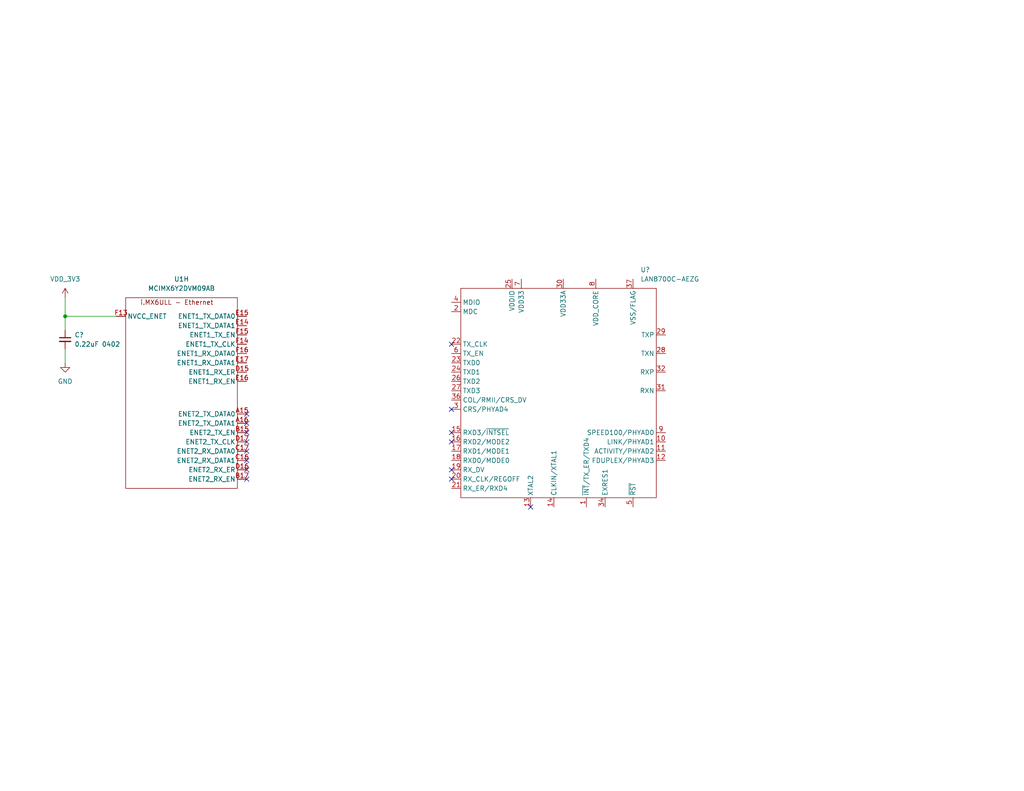
<source format=kicad_sch>
(kicad_sch (version 20211123) (generator eeschema)

  (uuid a789be65-cfaa-423e-88f3-6ee1c1c84e67)

  (paper "USLetter")

  (title_block
    (title "catfood")
    (company "Ian Kilgore")
  )

  (lib_symbols
    (symbol "Device:C_Small" (pin_numbers hide) (pin_names (offset 0.254) hide) (in_bom yes) (on_board yes)
      (property "Reference" "C" (id 0) (at 0.254 1.778 0)
        (effects (font (size 1.27 1.27)) (justify left))
      )
      (property "Value" "C_Small" (id 1) (at 0.254 -2.032 0)
        (effects (font (size 1.27 1.27)) (justify left))
      )
      (property "Footprint" "" (id 2) (at 0 0 0)
        (effects (font (size 1.27 1.27)) hide)
      )
      (property "Datasheet" "~" (id 3) (at 0 0 0)
        (effects (font (size 1.27 1.27)) hide)
      )
      (property "ki_keywords" "capacitor cap" (id 4) (at 0 0 0)
        (effects (font (size 1.27 1.27)) hide)
      )
      (property "ki_description" "Unpolarized capacitor, small symbol" (id 5) (at 0 0 0)
        (effects (font (size 1.27 1.27)) hide)
      )
      (property "ki_fp_filters" "C_*" (id 6) (at 0 0 0)
        (effects (font (size 1.27 1.27)) hide)
      )
      (symbol "C_Small_0_1"
        (polyline
          (pts
            (xy -1.524 -0.508)
            (xy 1.524 -0.508)
          )
          (stroke (width 0.3302) (type default) (color 0 0 0 0))
          (fill (type none))
        )
        (polyline
          (pts
            (xy -1.524 0.508)
            (xy 1.524 0.508)
          )
          (stroke (width 0.3048) (type default) (color 0 0 0 0))
          (fill (type none))
        )
      )
      (symbol "C_Small_1_1"
        (pin passive line (at 0 2.54 270) (length 2.032)
          (name "~" (effects (font (size 1.27 1.27))))
          (number "1" (effects (font (size 1.27 1.27))))
        )
        (pin passive line (at 0 -2.54 90) (length 2.032)
          (name "~" (effects (font (size 1.27 1.27))))
          (number "2" (effects (font (size 1.27 1.27))))
        )
      )
    )
    (symbol "catfood:LAN8700C-AEZG" (in_bom yes) (on_board yes)
      (property "Reference" "U" (id 0) (at 0 5.08 0)
        (effects (font (size 1.27 1.27)))
      )
      (property "Value" "LAN8700C-AEZG" (id 1) (at 7.62 -54.61 0)
        (effects (font (size 1.27 1.27)))
      )
      (property "Footprint" "" (id 2) (at -2.54 0 0)
        (effects (font (size 1.27 1.27)) hide)
      )
      (property "Datasheet" "" (id 3) (at -2.54 0 0)
        (effects (font (size 1.27 1.27)) hide)
      )
      (symbol "LAN8700C-AEZG_0_0"
        (pin unspecified line (at 34.29 -55.88 90) (length 2.54)
          (name "~{INT}/TX_ER/TXD4" (effects (font (size 1.27 1.27))))
          (number "1" (effects (font (size 1.27 1.27))))
        )
        (pin unspecified line (at 55.88 -38.1 180) (length 2.54)
          (name "LINK/PHYAD1" (effects (font (size 1.27 1.27))))
          (number "10" (effects (font (size 1.27 1.27))))
        )
        (pin unspecified line (at 55.88 -40.64 180) (length 2.54)
          (name "ACTIVITY/PHYAD2" (effects (font (size 1.27 1.27))))
          (number "11" (effects (font (size 1.27 1.27))))
        )
        (pin unspecified line (at 55.88 -43.18 180) (length 2.54)
          (name "FDUPLEX/PHYAD3" (effects (font (size 1.27 1.27))))
          (number "12" (effects (font (size 1.27 1.27))))
        )
        (pin unspecified line (at 19.05 -55.88 90) (length 2.54)
          (name "XTAL2" (effects (font (size 1.27 1.27))))
          (number "13" (effects (font (size 1.27 1.27))))
        )
        (pin unspecified line (at 25.4 -55.88 90) (length 2.54)
          (name "CLKIN/XTAL1" (effects (font (size 1.27 1.27))))
          (number "14" (effects (font (size 1.27 1.27))))
        )
        (pin unspecified line (at -2.54 -35.56 0) (length 2.54)
          (name "RXD3/~{INTSEL}" (effects (font (size 1.27 1.27))))
          (number "15" (effects (font (size 1.27 1.27))))
        )
        (pin unspecified line (at -2.54 -38.1 0) (length 2.54)
          (name "RXD2/MODE2" (effects (font (size 1.27 1.27))))
          (number "16" (effects (font (size 1.27 1.27))))
        )
        (pin unspecified line (at -2.54 -40.64 0) (length 2.54)
          (name "RXD1/MODE1" (effects (font (size 1.27 1.27))))
          (number "17" (effects (font (size 1.27 1.27))))
        )
        (pin unspecified line (at -2.54 -43.18 0) (length 2.54)
          (name "RXD0/MODE0" (effects (font (size 1.27 1.27))))
          (number "18" (effects (font (size 1.27 1.27))))
        )
        (pin unspecified line (at -2.54 -45.72 0) (length 2.54)
          (name "RX_DV" (effects (font (size 1.27 1.27))))
          (number "19" (effects (font (size 1.27 1.27))))
        )
        (pin unspecified line (at -2.54 -2.54 0) (length 2.54)
          (name "MDC" (effects (font (size 1.27 1.27))))
          (number "2" (effects (font (size 1.27 1.27))))
        )
        (pin unspecified line (at -2.54 -48.26 0) (length 2.54)
          (name "RX_CLK/REGOFF" (effects (font (size 1.27 1.27))))
          (number "20" (effects (font (size 1.27 1.27))))
        )
        (pin unspecified line (at -2.54 -50.8 0) (length 2.54)
          (name "RX_ER/RXD4" (effects (font (size 1.27 1.27))))
          (number "21" (effects (font (size 1.27 1.27))))
        )
        (pin unspecified line (at -2.54 -11.43 0) (length 2.54)
          (name "TX_CLK" (effects (font (size 1.27 1.27))))
          (number "22" (effects (font (size 1.27 1.27))))
        )
        (pin unspecified line (at -2.54 -16.51 0) (length 2.54)
          (name "TXD0" (effects (font (size 1.27 1.27))))
          (number "23" (effects (font (size 1.27 1.27))))
        )
        (pin unspecified line (at -2.54 -19.05 0) (length 2.54)
          (name "TXD1" (effects (font (size 1.27 1.27))))
          (number "24" (effects (font (size 1.27 1.27))))
        )
        (pin unspecified line (at 13.97 6.35 270) (length 2.54)
          (name "VDDIO" (effects (font (size 1.27 1.27))))
          (number "25" (effects (font (size 1.27 1.27))))
        )
        (pin unspecified line (at -2.54 -21.59 0) (length 2.54)
          (name "TXD2" (effects (font (size 1.27 1.27))))
          (number "26" (effects (font (size 1.27 1.27))))
        )
        (pin unspecified line (at -2.54 -24.13 0) (length 2.54)
          (name "TXD3" (effects (font (size 1.27 1.27))))
          (number "27" (effects (font (size 1.27 1.27))))
        )
        (pin unspecified line (at 55.88 -13.97 180) (length 2.54)
          (name "TXN" (effects (font (size 1.27 1.27))))
          (number "28" (effects (font (size 1.27 1.27))))
        )
        (pin unspecified line (at 55.88 -8.89 180) (length 2.54)
          (name "TXP" (effects (font (size 1.27 1.27))))
          (number "29" (effects (font (size 1.27 1.27))))
        )
        (pin unspecified line (at -2.54 -29.21 0) (length 2.54)
          (name "CRS/PHYAD4" (effects (font (size 1.27 1.27))))
          (number "3" (effects (font (size 1.27 1.27))))
        )
        (pin unspecified line (at 27.94 6.35 270) (length 2.54)
          (name "VDD33A" (effects (font (size 1.27 1.27))))
          (number "30" (effects (font (size 1.27 1.27))))
        )
        (pin unspecified line (at 55.88 -24.13 180) (length 2.54)
          (name "RXN" (effects (font (size 1.27 1.27))))
          (number "31" (effects (font (size 1.27 1.27))))
        )
        (pin unspecified line (at 55.88 -19.05 180) (length 2.54)
          (name "RXP" (effects (font (size 1.27 1.27))))
          (number "32" (effects (font (size 1.27 1.27))))
        )
        (pin unspecified line (at 27.94 6.35 270) (length 2.54) hide
          (name "VDD33A" (effects (font (size 1.27 1.27))))
          (number "33" (effects (font (size 1.27 1.27))))
        )
        (pin unspecified line (at 39.37 -55.88 90) (length 2.54)
          (name "EXRES1" (effects (font (size 1.27 1.27))))
          (number "34" (effects (font (size 1.27 1.27))))
        )
        (pin unspecified line (at 27.94 6.35 270) (length 2.54) hide
          (name "VDD33A" (effects (font (size 1.27 1.27))))
          (number "35" (effects (font (size 1.27 1.27))))
        )
        (pin unspecified line (at -2.54 -26.67 0) (length 2.54)
          (name "COL/RMII/CRS_DV" (effects (font (size 1.27 1.27))))
          (number "36" (effects (font (size 1.27 1.27))))
        )
        (pin unspecified line (at 46.99 6.35 270) (length 2.54)
          (name "VSS/FLAG" (effects (font (size 1.27 1.27))))
          (number "37" (effects (font (size 1.27 1.27))))
        )
        (pin unspecified line (at -2.54 0 0) (length 2.54)
          (name "MDIO" (effects (font (size 1.27 1.27))))
          (number "4" (effects (font (size 1.27 1.27))))
        )
        (pin unspecified line (at 46.99 -55.88 90) (length 2.54)
          (name "~{RST}" (effects (font (size 1.27 1.27))))
          (number "5" (effects (font (size 1.27 1.27))))
        )
        (pin unspecified line (at -2.54 -13.97 0) (length 2.54)
          (name "TX_EN" (effects (font (size 1.27 1.27))))
          (number "6" (effects (font (size 1.27 1.27))))
        )
        (pin unspecified line (at 16.51 6.35 270) (length 2.54)
          (name "VDD33" (effects (font (size 1.27 1.27))))
          (number "7" (effects (font (size 1.27 1.27))))
        )
        (pin unspecified line (at 36.83 6.35 270) (length 2.54)
          (name "VDD_CORE" (effects (font (size 1.27 1.27))))
          (number "8" (effects (font (size 1.27 1.27))))
        )
        (pin unspecified line (at 55.88 -35.56 180) (length 2.54)
          (name "SPEED100/PHYAD0" (effects (font (size 1.27 1.27))))
          (number "9" (effects (font (size 1.27 1.27))))
        )
      )
      (symbol "LAN8700C-AEZG_0_1"
        (rectangle (start 0 3.81) (end 53.34 -53.34)
          (stroke (width 0) (type default) (color 0 0 0 0))
          (fill (type none))
        )
      )
    )
    (symbol "catfood:MCIMX6YxxVMxxxx" (in_bom yes) (on_board yes)
      (property "Reference" "U" (id 0) (at -19.05 27.94 0)
        (effects (font (size 1.27 1.27)))
      )
      (property "Value" "MCIMX6YxxVMxxxx" (id 1) (at 10.16 27.94 0)
        (effects (font (size 1.27 1.27)))
      )
      (property "Footprint" "" (id 2) (at -10.16 19.05 0)
        (effects (font (size 1.27 1.27)) hide)
      )
      (property "Datasheet" "" (id 3) (at -10.16 19.05 0)
        (effects (font (size 1.27 1.27)) hide)
      )
      (property "ki_locked" "" (id 4) (at 0 0 0)
        (effects (font (size 1.27 1.27)))
      )
      (property "ki_description" "NXP i.MX6ULL, 14x14mm 0.8mm-pitch BGA" (id 5) (at 0 0 0)
        (effects (font (size 1.27 1.27)) hide)
      )
      (symbol "MCIMX6YxxVMxxxx_1_0"
        (text "i.MX6ULL - Power" (at -1.27 25.4 0)
          (effects (font (size 1.27 1.27)))
        )
        (pin passive line (at -17.78 -29.21 0) (length 2.54) hide
          (name "VSS" (effects (font (size 1.27 1.27))))
          (number "A1" (effects (font (size 1.27 1.27))))
        )
        (pin passive line (at -17.78 -29.21 0) (length 2.54) hide
          (name "VSS" (effects (font (size 1.27 1.27))))
          (number "A17" (effects (font (size 1.27 1.27))))
        )
        (pin passive line (at -17.78 -29.21 0) (length 2.54)
          (name "VSS" (effects (font (size 1.27 1.27))))
          (number "C11" (effects (font (size 1.27 1.27))))
        )
        (pin passive line (at -17.78 -29.21 0) (length 2.54) hide
          (name "VSS" (effects (font (size 1.27 1.27))))
          (number "C15" (effects (font (size 1.27 1.27))))
        )
        (pin passive line (at -17.78 -29.21 0) (length 2.54) hide
          (name "VSS" (effects (font (size 1.27 1.27))))
          (number "C3" (effects (font (size 1.27 1.27))))
        )
        (pin passive line (at -17.78 -29.21 0) (length 2.54) hide
          (name "VSS" (effects (font (size 1.27 1.27))))
          (number "C7" (effects (font (size 1.27 1.27))))
        )
        (pin passive line (at -17.78 -29.21 0) (length 2.54) hide
          (name "VSS" (effects (font (size 1.27 1.27))))
          (number "E11" (effects (font (size 1.27 1.27))))
        )
        (pin passive line (at -17.78 -29.21 0) (length 2.54) hide
          (name "VSS" (effects (font (size 1.27 1.27))))
          (number "E8" (effects (font (size 1.27 1.27))))
        )
        (pin passive line (at -17.78 -29.21 0) (length 2.54) hide
          (name "VSS" (effects (font (size 1.27 1.27))))
          (number "F10" (effects (font (size 1.27 1.27))))
        )
        (pin passive line (at -17.78 -29.21 0) (length 2.54) hide
          (name "VSS" (effects (font (size 1.27 1.27))))
          (number "F11" (effects (font (size 1.27 1.27))))
        )
        (pin passive line (at -17.78 -29.21 0) (length 2.54) hide
          (name "VSS" (effects (font (size 1.27 1.27))))
          (number "F12" (effects (font (size 1.27 1.27))))
        )
        (pin passive line (at -17.78 -29.21 0) (length 2.54) hide
          (name "VSS" (effects (font (size 1.27 1.27))))
          (number "F6" (effects (font (size 1.27 1.27))))
        )
        (pin passive line (at -17.78 -29.21 0) (length 2.54) hide
          (name "VSS" (effects (font (size 1.27 1.27))))
          (number "F7" (effects (font (size 1.27 1.27))))
        )
        (pin passive line (at -17.78 -29.21 0) (length 2.54) hide
          (name "VSS" (effects (font (size 1.27 1.27))))
          (number "F8" (effects (font (size 1.27 1.27))))
        )
        (pin passive line (at -17.78 -29.21 0) (length 2.54) hide
          (name "VSS" (effects (font (size 1.27 1.27))))
          (number "F9" (effects (font (size 1.27 1.27))))
        )
        (pin passive line (at 17.78 19.05 180) (length 2.54)
          (name "VDD_ARM_CAP" (effects (font (size 1.27 1.27))))
          (number "G10" (effects (font (size 1.27 1.27))))
        )
        (pin passive line (at 17.78 19.05 180) (length 2.54) hide
          (name "VDD_ARM_CAP" (effects (font (size 1.27 1.27))))
          (number "G11" (effects (font (size 1.27 1.27))))
        )
        (pin passive line (at -17.78 -29.21 0) (length 2.54) hide
          (name "VSS" (effects (font (size 1.27 1.27))))
          (number "G12" (effects (font (size 1.27 1.27))))
        )
        (pin passive line (at -17.78 -29.21 0) (length 2.54) hide
          (name "VSS" (effects (font (size 1.27 1.27))))
          (number "G15" (effects (font (size 1.27 1.27))))
        )
        (pin passive line (at -17.78 -29.21 0) (length 2.54) hide
          (name "VSS" (effects (font (size 1.27 1.27))))
          (number "G3" (effects (font (size 1.27 1.27))))
        )
        (pin passive line (at -17.78 -29.21 0) (length 2.54) hide
          (name "VSS" (effects (font (size 1.27 1.27))))
          (number "G5" (effects (font (size 1.27 1.27))))
        )
        (pin passive line (at -17.78 -29.21 0) (length 2.54) hide
          (name "VSS" (effects (font (size 1.27 1.27))))
          (number "G7" (effects (font (size 1.27 1.27))))
        )
        (pin passive line (at 17.78 7.62 180) (length 2.54)
          (name "VDD_SOC_CAP" (effects (font (size 1.27 1.27))))
          (number "G8" (effects (font (size 1.27 1.27))))
        )
        (pin passive line (at 17.78 19.05 180) (length 2.54) hide
          (name "VDD_ARM_CAP" (effects (font (size 1.27 1.27))))
          (number "G9" (effects (font (size 1.27 1.27))))
        )
        (pin power_in line (at -17.78 19.05 0) (length 2.54)
          (name "VDD_SOC_IN" (effects (font (size 1.27 1.27))))
          (number "H10" (effects (font (size 1.27 1.27))))
        )
        (pin passive line (at 17.78 19.05 180) (length 2.54) hide
          (name "VDD_ARM_CAP" (effects (font (size 1.27 1.27))))
          (number "H11" (effects (font (size 1.27 1.27))))
        )
        (pin passive line (at -17.78 -29.21 0) (length 2.54) hide
          (name "VSS" (effects (font (size 1.27 1.27))))
          (number "H12" (effects (font (size 1.27 1.27))))
        )
        (pin passive line (at -17.78 -29.21 0) (length 2.54) hide
          (name "VSS" (effects (font (size 1.27 1.27))))
          (number "H7" (effects (font (size 1.27 1.27))))
        )
        (pin passive line (at 17.78 7.62 180) (length 2.54) hide
          (name "VDD_SOC_CAP" (effects (font (size 1.27 1.27))))
          (number "H8" (effects (font (size 1.27 1.27))))
        )
        (pin passive line (at -17.78 19.05 0) (length 2.54) hide
          (name "VDD_SOC_IN" (effects (font (size 1.27 1.27))))
          (number "H9" (effects (font (size 1.27 1.27))))
        )
        (pin passive line (at -17.78 19.05 0) (length 2.54) hide
          (name "VDD_SOC_IN" (effects (font (size 1.27 1.27))))
          (number "J10" (effects (font (size 1.27 1.27))))
        )
        (pin passive line (at 17.78 7.62 180) (length 2.54) hide
          (name "VDD_SOC_CAP" (effects (font (size 1.27 1.27))))
          (number "J11" (effects (font (size 1.27 1.27))))
        )
        (pin passive line (at -17.78 -29.21 0) (length 2.54) hide
          (name "VSS" (effects (font (size 1.27 1.27))))
          (number "J12" (effects (font (size 1.27 1.27))))
        )
        (pin passive line (at -17.78 -29.21 0) (length 2.54) hide
          (name "VSS" (effects (font (size 1.27 1.27))))
          (number "J5" (effects (font (size 1.27 1.27))))
        )
        (pin passive line (at -17.78 -29.21 0) (length 2.54) hide
          (name "VSS" (effects (font (size 1.27 1.27))))
          (number "J7" (effects (font (size 1.27 1.27))))
        )
        (pin passive line (at 17.78 7.62 180) (length 2.54) hide
          (name "VDD_SOC_CAP" (effects (font (size 1.27 1.27))))
          (number "J8" (effects (font (size 1.27 1.27))))
        )
        (pin passive line (at -17.78 19.05 0) (length 2.54) hide
          (name "VDD_SOC_IN" (effects (font (size 1.27 1.27))))
          (number "J9" (effects (font (size 1.27 1.27))))
        )
        (pin passive line (at -17.78 19.05 0) (length 2.54) hide
          (name "VDD_SOC_IN" (effects (font (size 1.27 1.27))))
          (number "K10" (effects (font (size 1.27 1.27))))
        )
        (pin passive line (at 17.78 7.62 180) (length 2.54) hide
          (name "VDD_SOC_CAP" (effects (font (size 1.27 1.27))))
          (number "K11" (effects (font (size 1.27 1.27))))
        )
        (pin passive line (at -17.78 -29.21 0) (length 2.54) hide
          (name "VSS" (effects (font (size 1.27 1.27))))
          (number "K12" (effects (font (size 1.27 1.27))))
        )
        (pin passive line (at -17.78 -29.21 0) (length 2.54) hide
          (name "VSS" (effects (font (size 1.27 1.27))))
          (number "K7" (effects (font (size 1.27 1.27))))
        )
        (pin passive line (at 17.78 7.62 180) (length 2.54) hide
          (name "VDD_SOC_CAP" (effects (font (size 1.27 1.27))))
          (number "K8" (effects (font (size 1.27 1.27))))
        )
        (pin passive line (at -17.78 19.05 0) (length 2.54) hide
          (name "VDD_SOC_IN" (effects (font (size 1.27 1.27))))
          (number "K9" (effects (font (size 1.27 1.27))))
        )
        (pin passive line (at 17.78 7.62 180) (length 2.54) hide
          (name "VDD_SOC_CAP" (effects (font (size 1.27 1.27))))
          (number "L10" (effects (font (size 1.27 1.27))))
        )
        (pin passive line (at 17.78 7.62 180) (length 2.54) hide
          (name "VDD_SOC_CAP" (effects (font (size 1.27 1.27))))
          (number "L11" (effects (font (size 1.27 1.27))))
        )
        (pin passive line (at -17.78 -29.21 0) (length 2.54) hide
          (name "VSS" (effects (font (size 1.27 1.27))))
          (number "L12" (effects (font (size 1.27 1.27))))
        )
        (pin passive line (at -17.78 -29.21 0) (length 2.54) hide
          (name "VSS" (effects (font (size 1.27 1.27))))
          (number "L3" (effects (font (size 1.27 1.27))))
        )
        (pin passive line (at -17.78 -29.21 0) (length 2.54) hide
          (name "VSS" (effects (font (size 1.27 1.27))))
          (number "L7" (effects (font (size 1.27 1.27))))
        )
        (pin passive line (at 17.78 7.62 180) (length 2.54) hide
          (name "VDD_SOC_CAP" (effects (font (size 1.27 1.27))))
          (number "L8" (effects (font (size 1.27 1.27))))
        )
        (pin passive line (at 17.78 7.62 180) (length 2.54) hide
          (name "VDD_SOC_CAP" (effects (font (size 1.27 1.27))))
          (number "L9" (effects (font (size 1.27 1.27))))
        )
        (pin passive line (at -17.78 -29.21 0) (length 2.54) hide
          (name "VSS" (effects (font (size 1.27 1.27))))
          (number "M10" (effects (font (size 1.27 1.27))))
        )
        (pin passive line (at -17.78 -29.21 0) (length 2.54) hide
          (name "VSS" (effects (font (size 1.27 1.27))))
          (number "M11" (effects (font (size 1.27 1.27))))
        )
        (pin power_in line (at -17.78 -26.67 0) (length 2.54)
          (name "NGND_KEL0" (effects (font (size 1.27 1.27))))
          (number "M12" (effects (font (size 1.27 1.27))))
        )
        (pin passive line (at -17.78 -29.21 0) (length 2.54) hide
          (name "VSS" (effects (font (size 1.27 1.27))))
          (number "M7" (effects (font (size 1.27 1.27))))
        )
        (pin passive line (at -17.78 -29.21 0) (length 2.54) hide
          (name "VSS" (effects (font (size 1.27 1.27))))
          (number "M8" (effects (font (size 1.27 1.27))))
        )
        (pin passive line (at -17.78 -29.21 0) (length 2.54) hide
          (name "VSS" (effects (font (size 1.27 1.27))))
          (number "M9" (effects (font (size 1.27 1.27))))
        )
        (pin power_in line (at -17.78 1.27 0) (length 2.54)
          (name "VDD_HIGH_IN" (effects (font (size 1.27 1.27))))
          (number "N13" (effects (font (size 1.27 1.27))))
        )
        (pin passive line (at -17.78 -29.21 0) (length 2.54) hide
          (name "VSS" (effects (font (size 1.27 1.27))))
          (number "N3" (effects (font (size 1.27 1.27))))
        )
        (pin passive line (at -17.78 -29.21 0) (length 2.54) hide
          (name "VSS" (effects (font (size 1.27 1.27))))
          (number "N5" (effects (font (size 1.27 1.27))))
        )
        (pin power_in line (at -17.78 -13.97 0) (length 2.54)
          (name "VDD_SNVS_IN" (effects (font (size 1.27 1.27))))
          (number "P12" (effects (font (size 1.27 1.27))))
        )
        (pin passive line (at -17.78 -29.21 0) (length 2.54) hide
          (name "VSS" (effects (font (size 1.27 1.27))))
          (number "R11" (effects (font (size 1.27 1.27))))
        )
        (pin passive line (at 17.78 -3.81 180) (length 2.54)
          (name "VDD_HIGH_CAP" (effects (font (size 1.27 1.27))))
          (number "R14" (effects (font (size 1.27 1.27))))
        )
        (pin passive line (at 17.78 -3.81 180) (length 2.54) hide
          (name "VDD_HIGH_CAP" (effects (font (size 1.27 1.27))))
          (number "R15" (effects (font (size 1.27 1.27))))
        )
        (pin passive line (at -17.78 -29.21 0) (length 2.54) hide
          (name "VSS" (effects (font (size 1.27 1.27))))
          (number "R16" (effects (font (size 1.27 1.27))))
        )
        (pin passive line (at -17.78 -29.21 0) (length 2.54) hide
          (name "VSS" (effects (font (size 1.27 1.27))))
          (number "R17" (effects (font (size 1.27 1.27))))
        )
        (pin passive line (at -17.78 -29.21 0) (length 2.54) hide
          (name "VSS" (effects (font (size 1.27 1.27))))
          (number "R3" (effects (font (size 1.27 1.27))))
        )
        (pin passive line (at -17.78 -29.21 0) (length 2.54) hide
          (name "VSS" (effects (font (size 1.27 1.27))))
          (number "R5" (effects (font (size 1.27 1.27))))
        )
        (pin passive line (at -17.78 -29.21 0) (length 2.54) hide
          (name "VSS" (effects (font (size 1.27 1.27))))
          (number "R7" (effects (font (size 1.27 1.27))))
        )
        (pin passive line (at -17.78 -29.21 0) (length 2.54) hide
          (name "VSS" (effects (font (size 1.27 1.27))))
          (number "T14" (effects (font (size 1.27 1.27))))
        )
        (pin passive line (at -17.78 -29.21 0) (length 2.54) hide
          (name "VSS" (effects (font (size 1.27 1.27))))
          (number "U1" (effects (font (size 1.27 1.27))))
        )
        (pin passive line (at -17.78 -29.21 0) (length 2.54) hide
          (name "VSS" (effects (font (size 1.27 1.27))))
          (number "U14" (effects (font (size 1.27 1.27))))
        )
        (pin passive line (at -17.78 -29.21 0) (length 2.54) hide
          (name "VSS" (effects (font (size 1.27 1.27))))
          (number "U17" (effects (font (size 1.27 1.27))))
        )
      )
      (symbol "MCIMX6YxxVMxxxx_1_1"
        (rectangle (start -15.24 26.67) (end 15.24 -31.75)
          (stroke (width 0) (type default) (color 0 0 0 0))
          (fill (type none))
        )
      )
      (symbol "MCIMX6YxxVMxxxx_2_0"
        (rectangle (start -20.32 25.4) (end 15.24 -60.96)
          (stroke (width 0) (type default) (color 0 0 0 0))
          (fill (type none))
        )
        (text "i.MX6ULL - Control" (at -3.81 24.13 0)
          (effects (font (size 1.27 1.27)))
        )
        (pin output line (at 17.78 -55.88 180) (length 2.54)
          (name "UART5_TX_DATA" (effects (font (size 1.27 1.27))))
          (number "F17" (effects (font (size 1.27 1.27))))
        )
        (pin input line (at 17.78 -58.42 180) (length 2.54)
          (name "UART5_RX_DATA" (effects (font (size 1.27 1.27))))
          (number "G13" (effects (font (size 1.27 1.27))))
        )
        (pin input line (at 17.78 -40.64 180) (length 2.54)
          (name "~{UART3_RTS}" (effects (font (size 1.27 1.27))))
          (number "G14" (effects (font (size 1.27 1.27))))
        )
        (pin input line (at 17.78 -50.8 180) (length 2.54)
          (name "UART4_RX_DATA" (effects (font (size 1.27 1.27))))
          (number "G16" (effects (font (size 1.27 1.27))))
        )
        (pin output line (at 17.78 -48.26 180) (length 2.54)
          (name "UART4_TX_DATA" (effects (font (size 1.27 1.27))))
          (number "G17" (effects (font (size 1.27 1.27))))
        )
        (pin passive line (at 17.78 -5.08 180) (length 2.54)
          (name "NVCC_UART" (effects (font (size 1.27 1.27))))
          (number "H13" (effects (font (size 1.27 1.27))))
        )
        (pin input line (at 17.78 -27.94 180) (length 2.54)
          (name "~{UART2_RTS}" (effects (font (size 1.27 1.27))))
          (number "H14" (effects (font (size 1.27 1.27))))
        )
        (pin output line (at 17.78 -43.18 180) (length 2.54)
          (name "~{UART3_CTS}" (effects (font (size 1.27 1.27))))
          (number "H15" (effects (font (size 1.27 1.27))))
        )
        (pin input line (at 17.78 -38.1 180) (length 2.54)
          (name "UART3_RX_DATA" (effects (font (size 1.27 1.27))))
          (number "H16" (effects (font (size 1.27 1.27))))
        )
        (pin output line (at 17.78 -35.56 180) (length 2.54)
          (name "UART3_TX_DATA" (effects (font (size 1.27 1.27))))
          (number "H17" (effects (font (size 1.27 1.27))))
        )
        (pin input line (at 17.78 -15.24 180) (length 2.54)
          (name "~{UART1_RTS}" (effects (font (size 1.27 1.27))))
          (number "J14" (effects (font (size 1.27 1.27))))
        )
        (pin output line (at 17.78 -30.48 180) (length 2.54)
          (name "~{UART2_CTS}" (effects (font (size 1.27 1.27))))
          (number "J15" (effects (font (size 1.27 1.27))))
        )
        (pin input line (at 17.78 -25.4 180) (length 2.54)
          (name "UART2_RX_DATA" (effects (font (size 1.27 1.27))))
          (number "J16" (effects (font (size 1.27 1.27))))
        )
        (pin output line (at 17.78 -22.86 180) (length 2.54)
          (name "UART2_TX_DATA" (effects (font (size 1.27 1.27))))
          (number "J17" (effects (font (size 1.27 1.27))))
        )
        (pin output line (at 17.78 -10.16 180) (length 2.54)
          (name "UART1_TX_DATA" (effects (font (size 1.27 1.27))))
          (number "K14" (effects (font (size 1.27 1.27))))
        )
        (pin output line (at 17.78 -17.78 180) (length 2.54)
          (name "~{UART1_CTS}" (effects (font (size 1.27 1.27))))
          (number "K15" (effects (font (size 1.27 1.27))))
        )
        (pin input line (at 17.78 -12.7 180) (length 2.54)
          (name "UART1_RX_DATA" (effects (font (size 1.27 1.27))))
          (number "K16" (effects (font (size 1.27 1.27))))
        )
        (pin passive line (at 17.78 22.86 180) (length 2.54)
          (name "JTAG_TCK" (effects (font (size 1.27 1.27))))
          (number "M14" (effects (font (size 1.27 1.27))))
        )
        (pin passive line (at -22.86 -15.24 0) (length 2.54)
          (name "SNVS_TAMPER7" (effects (font (size 1.27 1.27))))
          (number "N10" (effects (font (size 1.27 1.27))))
        )
        (pin passive line (at -22.86 -12.7 0) (length 2.54)
          (name "SNVS_TAMPER6" (effects (font (size 1.27 1.27))))
          (number "N11" (effects (font (size 1.27 1.27))))
        )
        (pin passive line (at 17.78 12.7 180) (length 2.54)
          (name "~{JTAG_TRST}" (effects (font (size 1.27 1.27))))
          (number "N14" (effects (font (size 1.27 1.27))))
        )
        (pin passive line (at 17.78 15.24 180) (length 2.54)
          (name "JTAG_TDO" (effects (font (size 1.27 1.27))))
          (number "N15" (effects (font (size 1.27 1.27))))
        )
        (pin passive line (at 17.78 17.78 180) (length 2.54)
          (name "JTAG_TDI" (effects (font (size 1.27 1.27))))
          (number "N16" (effects (font (size 1.27 1.27))))
        )
        (pin passive line (at -22.86 7.62 0) (length 2.54)
          (name "TEST_MODE" (effects (font (size 1.27 1.27))))
          (number "N7" (effects (font (size 1.27 1.27))))
        )
        (pin passive line (at -22.86 -10.16 0) (length 2.54)
          (name "SNVS_TAMPER5" (effects (font (size 1.27 1.27))))
          (number "N8" (effects (font (size 1.27 1.27))))
        )
        (pin passive line (at -22.86 -17.78 0) (length 2.54)
          (name "SNVS_TAMPER8" (effects (font (size 1.27 1.27))))
          (number "N9" (effects (font (size 1.27 1.27))))
        )
        (pin passive line (at -22.86 -5.08 0) (length 2.54)
          (name "SNVS_TAMPER3" (effects (font (size 1.27 1.27))))
          (number "P10" (effects (font (size 1.27 1.27))))
        )
        (pin passive line (at -22.86 -2.54 0) (length 2.54)
          (name "SNVS_TAMPER2" (effects (font (size 1.27 1.27))))
          (number "P11" (effects (font (size 1.27 1.27))))
        )
        (pin passive line (at 17.78 20.32 180) (length 2.54)
          (name "JTAG_TMS" (effects (font (size 1.27 1.27))))
          (number "P14" (effects (font (size 1.27 1.27))))
        )
        (pin passive line (at 17.78 10.16 180) (length 2.54)
          (name "JTAG_MOD" (effects (font (size 1.27 1.27))))
          (number "P15" (effects (font (size 1.27 1.27))))
        )
        (pin passive line (at 17.78 3.81 180) (length 2.54)
          (name "CCM_CLK1_N" (effects (font (size 1.27 1.27))))
          (number "P16" (effects (font (size 1.27 1.27))))
        )
        (pin passive line (at 17.78 1.27 180) (length 2.54)
          (name "CCM_CLK1_P" (effects (font (size 1.27 1.27))))
          (number "P17" (effects (font (size 1.27 1.27))))
        )
        (pin input line (at -22.86 20.32 0) (length 2.54)
          (name "~{POR}" (effects (font (size 1.27 1.27))))
          (number "P8" (effects (font (size 1.27 1.27))))
        )
        (pin passive line (at -22.86 -7.62 0) (length 2.54)
          (name "SNVS_TAMPER4" (effects (font (size 1.27 1.27))))
          (number "P9" (effects (font (size 1.27 1.27))))
        )
        (pin passive line (at -22.86 2.54 0) (length 2.54)
          (name "SNVS_TAMPER0" (effects (font (size 1.27 1.27))))
          (number "R10" (effects (font (size 1.27 1.27))))
        )
        (pin passive line (at -22.86 -54.61 0) (length 2.54)
          (name "GPANAIO" (effects (font (size 1.27 1.27))))
          (number "R13" (effects (font (size 1.27 1.27))))
        )
        (pin passive line (at -22.86 -20.32 0) (length 2.54)
          (name "SNVS_TAMPER9" (effects (font (size 1.27 1.27))))
          (number "R6" (effects (font (size 1.27 1.27))))
        )
        (pin input line (at -22.86 22.86 0) (length 2.54)
          (name "ONOFF" (effects (font (size 1.27 1.27))))
          (number "R8" (effects (font (size 1.27 1.27))))
        )
        (pin passive line (at -22.86 0 0) (length 2.54)
          (name "SNVS_TAMPER1" (effects (font (size 1.27 1.27))))
          (number "R9" (effects (font (size 1.27 1.27))))
        )
        (pin passive line (at -22.86 12.7 0) (length 2.54)
          (name "BOOT_MODE0" (effects (font (size 1.27 1.27))))
          (number "T10" (effects (font (size 1.27 1.27))))
        )
        (pin passive line (at -22.86 -44.45 0) (length 2.54)
          (name "RTC_XTALI" (effects (font (size 1.27 1.27))))
          (number "T11" (effects (font (size 1.27 1.27))))
        )
        (pin passive line (at -22.86 -36.83 0) (length 2.54)
          (name "XTALI" (effects (font (size 1.27 1.27))))
          (number "T16" (effects (font (size 1.27 1.27))))
        )
        (pin passive line (at -22.86 -39.37 0) (length 2.54)
          (name "XTALO" (effects (font (size 1.27 1.27))))
          (number "T17" (effects (font (size 1.27 1.27))))
        )
        (pin passive line (at -22.86 -29.21 0) (length 2.54)
          (name "SNVS_PMIC_ON_REQ" (effects (font (size 1.27 1.27))))
          (number "T9" (effects (font (size 1.27 1.27))))
        )
        (pin passive line (at -22.86 10.16 0) (length 2.54)
          (name "BOOT_MODE1" (effects (font (size 1.27 1.27))))
          (number "U10" (effects (font (size 1.27 1.27))))
        )
        (pin passive line (at -22.86 -46.99 0) (length 2.54)
          (name "RTC_XTALO" (effects (font (size 1.27 1.27))))
          (number "U11" (effects (font (size 1.27 1.27))))
        )
        (pin passive line (at -22.86 -26.67 0) (length 2.54)
          (name "CCM_PMIC_STBY_REQ" (effects (font (size 1.27 1.27))))
          (number "U9" (effects (font (size 1.27 1.27))))
        )
      )
      (symbol "MCIMX6YxxVMxxxx_3_0"
        (text "i.MX6ULL - DDR" (at -1.27 25.4 0)
          (effects (font (size 1.27 1.27)))
        )
        (pin passive line (at 17.78 -36.83 180) (length 2.54)
          (name "DRAM_ODT1" (effects (font (size 1.27 1.27))))
          (number "F1" (effects (font (size 1.27 1.27))))
        )
        (pin output line (at -17.78 -13.97 0) (length 2.54)
          (name "DRAM_ADDR14" (effects (font (size 1.27 1.27))))
          (number "G1" (effects (font (size 1.27 1.27))))
        )
        (pin output line (at -17.78 6.35 0) (length 2.54)
          (name "DRAM_ADDR06" (effects (font (size 1.27 1.27))))
          (number "G2" (effects (font (size 1.27 1.27))))
        )
        (pin output line (at -17.78 -52.07 0) (length 2.54)
          (name "DRAM_RESET" (effects (font (size 1.27 1.27))))
          (number "G4" (effects (font (size 1.27 1.27))))
        )
        (pin power_in line (at 17.78 -50.8 180) (length 2.54)
          (name "NVCC_DRAM" (effects (font (size 1.27 1.27))))
          (number "G6" (effects (font (size 1.27 1.27))))
        )
        (pin output line (at -17.78 -22.86 0) (length 2.54)
          (name "DRAM_SDBA1" (effects (font (size 1.27 1.27))))
          (number "H1" (effects (font (size 1.27 1.27))))
        )
        (pin output line (at -17.78 19.05 0) (length 2.54)
          (name "DRAM_ADDR01" (effects (font (size 1.27 1.27))))
          (number "H2" (effects (font (size 1.27 1.27))))
        )
        (pin output line (at -17.78 -11.43 0) (length 2.54)
          (name "DRAM_ADDR13" (effects (font (size 1.27 1.27))))
          (number "H3" (effects (font (size 1.27 1.27))))
        )
        (pin output line (at -17.78 3.81 0) (length 2.54)
          (name "DRAM_ADDR07" (effects (font (size 1.27 1.27))))
          (number "H4" (effects (font (size 1.27 1.27))))
        )
        (pin output line (at -17.78 -33.02 0) (length 2.54)
          (name "~{DRAM_CS1}" (effects (font (size 1.27 1.27))))
          (number "H5" (effects (font (size 1.27 1.27))))
        )
        (pin passive line (at 17.78 -50.8 180) (length 2.54) hide
          (name "NVCC_DRAM" (effects (font (size 1.27 1.27))))
          (number "H6" (effects (font (size 1.27 1.27))))
        )
        (pin output line (at -17.78 -41.91 0) (length 2.54)
          (name "~{DRAM_SDWE}" (effects (font (size 1.27 1.27))))
          (number "J1" (effects (font (size 1.27 1.27))))
        )
        (pin output line (at -17.78 -39.37 0) (length 2.54)
          (name "~{DRAM_CAS}" (effects (font (size 1.27 1.27))))
          (number "J2" (effects (font (size 1.27 1.27))))
        )
        (pin passive line (at 17.78 -43.18 180) (length 2.54)
          (name "DRAM_SDCKE1" (effects (font (size 1.27 1.27))))
          (number "J3" (effects (font (size 1.27 1.27))))
        )
        (pin output line (at -17.78 1.27 0) (length 2.54)
          (name "DRAM_ADDR08" (effects (font (size 1.27 1.27))))
          (number "J4" (effects (font (size 1.27 1.27))))
        )
        (pin passive line (at 17.78 -50.8 180) (length 2.54) hide
          (name "NVCC_DRAM" (effects (font (size 1.27 1.27))))
          (number "J6" (effects (font (size 1.27 1.27))))
        )
        (pin output line (at -17.78 16.51 0) (length 2.54)
          (name "DRAM_ADDR02" (effects (font (size 1.27 1.27))))
          (number "K1" (effects (font (size 1.27 1.27))))
        )
        (pin output line (at -17.78 -25.4 0) (length 2.54)
          (name "DRAM_SDBA2" (effects (font (size 1.27 1.27))))
          (number "K2" (effects (font (size 1.27 1.27))))
        )
        (pin output line (at -17.78 -6.35 0) (length 2.54)
          (name "DRAM_ADDR11" (effects (font (size 1.27 1.27))))
          (number "K3" (effects (font (size 1.27 1.27))))
        )
        (pin output line (at -17.78 11.43 0) (length 2.54)
          (name "DRAM_ADDR04" (effects (font (size 1.27 1.27))))
          (number "K4" (effects (font (size 1.27 1.27))))
        )
        (pin output line (at -17.78 -16.51 0) (length 2.54)
          (name "DRAM_ADDR15" (effects (font (size 1.27 1.27))))
          (number "K5" (effects (font (size 1.27 1.27))))
        )
        (pin passive line (at 17.78 -50.8 180) (length 2.54) hide
          (name "NVCC_DRAM" (effects (font (size 1.27 1.27))))
          (number "K6" (effects (font (size 1.27 1.27))))
        )
        (pin output line (at -17.78 8.89 0) (length 2.54)
          (name "DRAM_ADDR05" (effects (font (size 1.27 1.27))))
          (number "L1" (effects (font (size 1.27 1.27))))
        )
        (pin output line (at -17.78 -1.27 0) (length 2.54)
          (name "DRAM_ADDR09" (effects (font (size 1.27 1.27))))
          (number "L2" (effects (font (size 1.27 1.27))))
        )
        (pin output line (at -17.78 -8.89 0) (length 2.54)
          (name "DRAM_ADDR12" (effects (font (size 1.27 1.27))))
          (number "L4" (effects (font (size 1.27 1.27))))
        )
        (pin output line (at -17.78 21.59 0) (length 2.54)
          (name "DRAM_ADDR00" (effects (font (size 1.27 1.27))))
          (number "L5" (effects (font (size 1.27 1.27))))
        )
        (pin passive line (at 17.78 -50.8 180) (length 2.54) hide
          (name "NVCC_DRAM" (effects (font (size 1.27 1.27))))
          (number "L6" (effects (font (size 1.27 1.27))))
        )
        (pin output line (at -17.78 -20.32 0) (length 2.54)
          (name "DRAM_SDBA0" (effects (font (size 1.27 1.27))))
          (number "M1" (effects (font (size 1.27 1.27))))
        )
        (pin output line (at -17.78 13.97 0) (length 2.54)
          (name "DRAM_ADDR03" (effects (font (size 1.27 1.27))))
          (number "M2" (effects (font (size 1.27 1.27))))
        )
        (pin passive line (at 17.78 -45.72 180) (length 2.54)
          (name "DRAM_SDCKE0" (effects (font (size 1.27 1.27))))
          (number "M3" (effects (font (size 1.27 1.27))))
        )
        (pin output line (at -17.78 -3.81 0) (length 2.54)
          (name "DRAM_ADDR10" (effects (font (size 1.27 1.27))))
          (number "M4" (effects (font (size 1.27 1.27))))
        )
        (pin output line (at -17.78 -36.83 0) (length 2.54)
          (name "~{DRAM_RAS}" (effects (font (size 1.27 1.27))))
          (number "M5" (effects (font (size 1.27 1.27))))
        )
        (pin passive line (at 17.78 -50.8 180) (length 2.54) hide
          (name "NVCC_DRAM" (effects (font (size 1.27 1.27))))
          (number "M6" (effects (font (size 1.27 1.27))))
        )
        (pin passive line (at 17.78 -39.37 180) (length 2.54)
          (name "DRAM_ODT0" (effects (font (size 1.27 1.27))))
          (number "N1" (effects (font (size 1.27 1.27))))
        )
        (pin output line (at -17.78 -30.48 0) (length 2.54)
          (name "~{DRAM_CS0}" (effects (font (size 1.27 1.27))))
          (number "N2" (effects (font (size 1.27 1.27))))
        )
        (pin output line (at -17.78 -54.61 0) (length 2.54)
          (name "DRAM_ZQPAD" (effects (font (size 1.27 1.27))))
          (number "N4" (effects (font (size 1.27 1.27))))
        )
        (pin power_in line (at -17.78 -59.69 0) (length 2.54)
          (name "NVCC_DRAM_2P5" (effects (font (size 1.27 1.27))))
          (number "N6" (effects (font (size 1.27 1.27))))
        )
        (pin output line (at -17.78 -45.72 0) (length 2.54)
          (name "DRAM_SDCLK0_P" (effects (font (size 1.27 1.27))))
          (number "P1" (effects (font (size 1.27 1.27))))
        )
        (pin output line (at -17.78 -48.26 0) (length 2.54)
          (name "DRAM_SDCLK0_N" (effects (font (size 1.27 1.27))))
          (number "P2" (effects (font (size 1.27 1.27))))
        )
        (pin bidirectional line (at 17.78 -20.32 180) (length 2.54)
          (name "DRAM_DATA13" (effects (font (size 1.27 1.27))))
          (number "P3" (effects (font (size 1.27 1.27))))
        )
        (pin passive line (at -17.78 -62.23 0) (length 2.54)
          (name "DRAM_VREF" (effects (font (size 1.27 1.27))))
          (number "P4" (effects (font (size 1.27 1.27))))
        )
        (pin bidirectional line (at 17.78 -17.78 180) (length 2.54)
          (name "DRAM_DATA12" (effects (font (size 1.27 1.27))))
          (number "P5" (effects (font (size 1.27 1.27))))
        )
        (pin bidirectional line (at 17.78 1.27 180) (length 2.54)
          (name "DRAM_SDQS0_P" (effects (font (size 1.27 1.27))))
          (number "P6" (effects (font (size 1.27 1.27))))
        )
        (pin bidirectional line (at 17.78 -1.27 180) (length 2.54)
          (name "DRAM_SDQS0_N" (effects (font (size 1.27 1.27))))
          (number "P7" (effects (font (size 1.27 1.27))))
        )
        (pin bidirectional line (at 17.78 -25.4 180) (length 2.54)
          (name "DRAM_DATA15" (effects (font (size 1.27 1.27))))
          (number "R1" (effects (font (size 1.27 1.27))))
        )
        (pin bidirectional line (at 17.78 -22.86 180) (length 2.54)
          (name "DRAM_DATA14" (effects (font (size 1.27 1.27))))
          (number "R2" (effects (font (size 1.27 1.27))))
        )
        (pin bidirectional line (at 17.78 -15.24 180) (length 2.54)
          (name "DRAM_DATA11" (effects (font (size 1.27 1.27))))
          (number "R4" (effects (font (size 1.27 1.27))))
        )
        (pin bidirectional line (at 17.78 -27.94 180) (length 2.54)
          (name "DRAM_SDQS1_P" (effects (font (size 1.27 1.27))))
          (number "T1" (effects (font (size 1.27 1.27))))
        )
        (pin bidirectional line (at 17.78 -30.48 180) (length 2.54)
          (name "DRAM_SDQS1_N" (effects (font (size 1.27 1.27))))
          (number "T2" (effects (font (size 1.27 1.27))))
        )
        (pin bidirectional line (at 17.78 -33.02 180) (length 2.54)
          (name "DRAM_DQM1" (effects (font (size 1.27 1.27))))
          (number "T3" (effects (font (size 1.27 1.27))))
        )
        (pin bidirectional line (at 17.78 21.59 180) (length 2.54)
          (name "DRAM_DATA00" (effects (font (size 1.27 1.27))))
          (number "T4" (effects (font (size 1.27 1.27))))
        )
        (pin bidirectional line (at 17.78 6.35 180) (length 2.54)
          (name "DRAM_DATA06" (effects (font (size 1.27 1.27))))
          (number "T5" (effects (font (size 1.27 1.27))))
        )
        (pin bidirectional line (at 17.78 16.51 180) (length 2.54)
          (name "DRAM_DATA02" (effects (font (size 1.27 1.27))))
          (number "T6" (effects (font (size 1.27 1.27))))
        )
        (pin bidirectional line (at 17.78 -3.81 180) (length 2.54)
          (name "DRAM_DQM0" (effects (font (size 1.27 1.27))))
          (number "T7" (effects (font (size 1.27 1.27))))
        )
        (pin bidirectional line (at 17.78 8.89 180) (length 2.54)
          (name "DRAM_DATA05" (effects (font (size 1.27 1.27))))
          (number "T8" (effects (font (size 1.27 1.27))))
        )
        (pin bidirectional line (at 17.78 -7.62 180) (length 2.54)
          (name "DRAM_DATA08" (effects (font (size 1.27 1.27))))
          (number "U2" (effects (font (size 1.27 1.27))))
        )
        (pin bidirectional line (at 17.78 -10.16 180) (length 2.54)
          (name "DRAM_DATA09" (effects (font (size 1.27 1.27))))
          (number "U3" (effects (font (size 1.27 1.27))))
        )
        (pin bidirectional line (at 17.78 3.81 180) (length 2.54)
          (name "DRAM_DATA07" (effects (font (size 1.27 1.27))))
          (number "U4" (effects (font (size 1.27 1.27))))
        )
        (pin bidirectional line (at 17.78 -12.7 180) (length 2.54)
          (name "DRAM_DATA10" (effects (font (size 1.27 1.27))))
          (number "U5" (effects (font (size 1.27 1.27))))
        )
        (pin bidirectional line (at 17.78 19.05 180) (length 2.54)
          (name "DRAM_DATA01" (effects (font (size 1.27 1.27))))
          (number "U6" (effects (font (size 1.27 1.27))))
        )
        (pin bidirectional line (at 17.78 13.97 180) (length 2.54)
          (name "DRAM_DATA03" (effects (font (size 1.27 1.27))))
          (number "U7" (effects (font (size 1.27 1.27))))
        )
        (pin bidirectional line (at 17.78 11.43 180) (length 2.54)
          (name "DRAM_DATA04" (effects (font (size 1.27 1.27))))
          (number "U8" (effects (font (size 1.27 1.27))))
        )
      )
      (symbol "MCIMX6YxxVMxxxx_3_1"
        (rectangle (start -15.24 26.67) (end 15.24 -64.77)
          (stroke (width 0) (type default) (color 0 0 0 0))
          (fill (type none))
        )
      )
      (symbol "MCIMX6YxxVMxxxx_4_0"
        (text "i.MX6ULL - LCD" (at -1.27 25.4 0)
          (effects (font (size 1.27 1.27)))
        )
        (pin output line (at 17.78 6.35 180) (length 2.54)
          (name "LCD_DATA06" (effects (font (size 1.27 1.27))))
          (number "A10" (effects (font (size 1.27 1.27))))
        )
        (pin output line (at 17.78 -1.27 180) (length 2.54)
          (name "LCD_DATA09" (effects (font (size 1.27 1.27))))
          (number "A11" (effects (font (size 1.27 1.27))))
        )
        (pin output line (at 17.78 -13.97 180) (length 2.54)
          (name "LCD_DATA14" (effects (font (size 1.27 1.27))))
          (number "A12" (effects (font (size 1.27 1.27))))
        )
        (pin output line (at 17.78 -24.13 180) (length 2.54)
          (name "LCD_DATA18" (effects (font (size 1.27 1.27))))
          (number "A13" (effects (font (size 1.27 1.27))))
        )
        (pin output line (at 17.78 -34.29 180) (length 2.54)
          (name "LCD_DATA22" (effects (font (size 1.27 1.27))))
          (number "A14" (effects (font (size 1.27 1.27))))
        )
        (pin output line (at -17.78 15.24 0) (length 2.54)
          (name "LCD_CLK" (effects (font (size 1.27 1.27))))
          (number "A8" (effects (font (size 1.27 1.27))))
        )
        (pin output line (at 17.78 19.05 180) (length 2.54)
          (name "LCD_DATA01" (effects (font (size 1.27 1.27))))
          (number "A9" (effects (font (size 1.27 1.27))))
        )
        (pin output line (at 17.78 8.89 180) (length 2.54)
          (name "LCD_DATA05" (effects (font (size 1.27 1.27))))
          (number "B10" (effects (font (size 1.27 1.27))))
        )
        (pin output line (at 17.78 1.27 180) (length 2.54)
          (name "LCD_DATA08" (effects (font (size 1.27 1.27))))
          (number "B11" (effects (font (size 1.27 1.27))))
        )
        (pin output line (at 17.78 -11.43 180) (length 2.54)
          (name "LCD_DATA13" (effects (font (size 1.27 1.27))))
          (number "B12" (effects (font (size 1.27 1.27))))
        )
        (pin output line (at 17.78 -21.59 180) (length 2.54)
          (name "LCD_DATA17" (effects (font (size 1.27 1.27))))
          (number "B13" (effects (font (size 1.27 1.27))))
        )
        (pin output line (at 17.78 -31.75 180) (length 2.54)
          (name "LCD_DATA21" (effects (font (size 1.27 1.27))))
          (number "B14" (effects (font (size 1.27 1.27))))
        )
        (pin output line (at 17.78 -36.83 180) (length 2.54)
          (name "LCD_DATA23" (effects (font (size 1.27 1.27))))
          (number "B16" (effects (font (size 1.27 1.27))))
        )
        (pin output line (at -17.78 12.7 0) (length 2.54)
          (name "LCD_ENABLE" (effects (font (size 1.27 1.27))))
          (number "B8" (effects (font (size 1.27 1.27))))
        )
        (pin output line (at 17.78 21.59 180) (length 2.54)
          (name "LCD_DATA00" (effects (font (size 1.27 1.27))))
          (number "B9" (effects (font (size 1.27 1.27))))
        )
        (pin output line (at 17.78 11.43 180) (length 2.54)
          (name "LCD_DATA04" (effects (font (size 1.27 1.27))))
          (number "C10" (effects (font (size 1.27 1.27))))
        )
        (pin output line (at 17.78 -8.89 180) (length 2.54)
          (name "LCD_DATA12" (effects (font (size 1.27 1.27))))
          (number "C12" (effects (font (size 1.27 1.27))))
        )
        (pin output line (at 17.78 -19.05 180) (length 2.54)
          (name "LCD_DATA16" (effects (font (size 1.27 1.27))))
          (number "C13" (effects (font (size 1.27 1.27))))
        )
        (pin output line (at 17.78 -29.21 180) (length 2.54)
          (name "LCD_DATA20" (effects (font (size 1.27 1.27))))
          (number "C14" (effects (font (size 1.27 1.27))))
        )
        (pin output line (at -17.78 7.62 0) (length 2.54)
          (name "LCD_VSYNC" (effects (font (size 1.27 1.27))))
          (number "C9" (effects (font (size 1.27 1.27))))
        )
        (pin output line (at 17.78 13.97 180) (length 2.54)
          (name "LCD_DATA03" (effects (font (size 1.27 1.27))))
          (number "D10" (effects (font (size 1.27 1.27))))
        )
        (pin output line (at 17.78 3.81 180) (length 2.54)
          (name "LCD_DATA07" (effects (font (size 1.27 1.27))))
          (number "D11" (effects (font (size 1.27 1.27))))
        )
        (pin output line (at 17.78 -6.35 180) (length 2.54)
          (name "LCD_DATA11" (effects (font (size 1.27 1.27))))
          (number "D12" (effects (font (size 1.27 1.27))))
        )
        (pin output line (at 17.78 -16.51 180) (length 2.54)
          (name "LCD_DATA15" (effects (font (size 1.27 1.27))))
          (number "D13" (effects (font (size 1.27 1.27))))
        )
        (pin output line (at 17.78 -26.67 180) (length 2.54)
          (name "LCD_DATA19" (effects (font (size 1.27 1.27))))
          (number "D14" (effects (font (size 1.27 1.27))))
        )
        (pin output line (at -17.78 10.16 0) (length 2.54)
          (name "LCD_HSYNC" (effects (font (size 1.27 1.27))))
          (number "D9" (effects (font (size 1.27 1.27))))
        )
        (pin output line (at 17.78 16.51 180) (length 2.54)
          (name "LCD_DATA02" (effects (font (size 1.27 1.27))))
          (number "E10" (effects (font (size 1.27 1.27))))
        )
        (pin output line (at 17.78 -3.81 180) (length 2.54)
          (name "LCD_DATA10" (effects (font (size 1.27 1.27))))
          (number "E12" (effects (font (size 1.27 1.27))))
        )
        (pin power_in line (at -17.78 21.59 0) (length 2.54)
          (name "NVCC_LCD" (effects (font (size 1.27 1.27))))
          (number "E13" (effects (font (size 1.27 1.27))))
        )
        (pin output line (at -17.78 5.08 0) (length 2.54)
          (name "LCD_RESET" (effects (font (size 1.27 1.27))))
          (number "E9" (effects (font (size 1.27 1.27))))
        )
      )
      (symbol "MCIMX6YxxVMxxxx_4_1"
        (rectangle (start -15.24 26.67) (end 15.24 -39.37)
          (stroke (width 0) (type default) (color 0 0 0 0))
          (fill (type none))
        )
      )
      (symbol "MCIMX6YxxVMxxxx_5_0"
        (text "i.MX6ULL - CSI" (at -1.27 25.4 0)
          (effects (font (size 1.27 1.27)))
        )
        (pin bidirectional line (at 17.78 -8.89 180) (length 2.54)
          (name "CSI_DATA07" (effects (font (size 1.27 1.27))))
          (number "D1" (effects (font (size 1.27 1.27))))
        )
        (pin bidirectional line (at 17.78 -6.35 180) (length 2.54)
          (name "CSI_DATA06" (effects (font (size 1.27 1.27))))
          (number "D2" (effects (font (size 1.27 1.27))))
        )
        (pin bidirectional line (at 17.78 -3.81 180) (length 2.54)
          (name "CSI_DATA05" (effects (font (size 1.27 1.27))))
          (number "D3" (effects (font (size 1.27 1.27))))
        )
        (pin bidirectional line (at 17.78 -1.27 180) (length 2.54)
          (name "CSI_DATA04" (effects (font (size 1.27 1.27))))
          (number "D4" (effects (font (size 1.27 1.27))))
        )
        (pin bidirectional line (at 17.78 1.27 180) (length 2.54)
          (name "CSI_DATA03" (effects (font (size 1.27 1.27))))
          (number "E1" (effects (font (size 1.27 1.27))))
        )
        (pin bidirectional line (at 17.78 3.81 180) (length 2.54)
          (name "CSI_DATA02" (effects (font (size 1.27 1.27))))
          (number "E2" (effects (font (size 1.27 1.27))))
        )
        (pin bidirectional line (at 17.78 6.35 180) (length 2.54)
          (name "CSI_DATA01" (effects (font (size 1.27 1.27))))
          (number "E3" (effects (font (size 1.27 1.27))))
        )
        (pin bidirectional line (at 17.78 8.89 180) (length 2.54)
          (name "CSI_DATA00" (effects (font (size 1.27 1.27))))
          (number "E4" (effects (font (size 1.27 1.27))))
        )
        (pin bidirectional line (at 17.78 19.05 180) (length 2.54)
          (name "CSI_PIXCLK" (effects (font (size 1.27 1.27))))
          (number "E5" (effects (font (size 1.27 1.27))))
        )
        (pin bidirectional line (at 17.78 15.24 180) (length 2.54)
          (name "CSI_VSYNC" (effects (font (size 1.27 1.27))))
          (number "F2" (effects (font (size 1.27 1.27))))
        )
        (pin bidirectional line (at 17.78 12.7 180) (length 2.54)
          (name "CSI_HSYNC" (effects (font (size 1.27 1.27))))
          (number "F3" (effects (font (size 1.27 1.27))))
        )
        (pin power_in line (at -17.78 21.59 0) (length 2.54)
          (name "NVCC_CSI" (effects (font (size 1.27 1.27))))
          (number "F4" (effects (font (size 1.27 1.27))))
        )
        (pin bidirectional line (at 17.78 21.59 180) (length 2.54)
          (name "CSI_MCLK" (effects (font (size 1.27 1.27))))
          (number "F5" (effects (font (size 1.27 1.27))))
        )
      )
      (symbol "MCIMX6YxxVMxxxx_5_1"
        (rectangle (start -15.24 26.67) (end 15.24 -11.43)
          (stroke (width 0) (type default) (color 0 0 0 0))
          (fill (type none))
        )
      )
      (symbol "MCIMX6YxxVMxxxx_6_0"
        (text "i.MX6ULL - USB" (at -1.27 25.4 0)
          (effects (font (size 1.27 1.27)))
        )
        (pin passive line (at 20.32 7.62 180) (length 2.54)
          (name "VDD_USB_CAP" (effects (font (size 1.27 1.27))))
          (number "R12" (effects (font (size 1.27 1.27))))
        )
        (pin power_in line (at -17.78 19.05 0) (length 2.54)
          (name "USB_OTG1_VBUS" (effects (font (size 1.27 1.27))))
          (number "T12" (effects (font (size 1.27 1.27))))
        )
        (pin bidirectional line (at 20.32 1.27 180) (length 2.54)
          (name "USB_OTG2_DN" (effects (font (size 1.27 1.27))))
          (number "T13" (effects (font (size 1.27 1.27))))
        )
        (pin bidirectional line (at 20.32 19.05 180) (length 2.54)
          (name "USB_OTG1_DN" (effects (font (size 1.27 1.27))))
          (number "T15" (effects (font (size 1.27 1.27))))
        )
        (pin power_in line (at -17.78 1.27 0) (length 2.54)
          (name "USB2_OTG2_VBUS" (effects (font (size 1.27 1.27))))
          (number "U12" (effects (font (size 1.27 1.27))))
        )
        (pin bidirectional line (at 20.32 -1.27 180) (length 2.54)
          (name "USB_OTG2_DP" (effects (font (size 1.27 1.27))))
          (number "U13" (effects (font (size 1.27 1.27))))
        )
        (pin bidirectional line (at 20.32 16.51 180) (length 2.54)
          (name "USB_OTG1_DP" (effects (font (size 1.27 1.27))))
          (number "U15" (effects (font (size 1.27 1.27))))
        )
        (pin bidirectional line (at 20.32 13.97 180) (length 2.54)
          (name "~{USB_OTG1_CHD}" (effects (font (size 1.27 1.27))))
          (number "U16" (effects (font (size 1.27 1.27))))
        )
      )
      (symbol "MCIMX6YxxVMxxxx_6_1"
        (rectangle (start -15.24 26.67) (end 17.78 -3.81)
          (stroke (width 0) (type default) (color 0 0 0 0))
          (fill (type none))
        )
      )
      (symbol "MCIMX6YxxVMxxxx_7_0"
        (text "i.MX6ULL - ADC" (at -1.27 25.4 0)
          (effects (font (size 1.27 1.27)))
        )
        (pin power_in line (at -17.78 21.59 0) (length 2.54)
          (name "VDDA_ADC_3P3" (effects (font (size 1.27 1.27))))
          (number "L13" (effects (font (size 1.27 1.27))))
        )
        (pin power_in line (at -17.78 19.05 0) (length 2.54)
          (name "ADC_VREFH" (effects (font (size 1.27 1.27))))
          (number "M13" (effects (font (size 1.27 1.27))))
        )
      )
      (symbol "MCIMX6YxxVMxxxx_7_1"
        (rectangle (start -15.24 26.67) (end 10.16 15.24)
          (stroke (width 0) (type default) (color 0 0 0 0))
          (fill (type none))
        )
      )
      (symbol "MCIMX6YxxVMxxxx_8_0"
        (text "i.MX6ULL - Ethernet" (at -1.27 25.4 0)
          (effects (font (size 1.27 1.27)))
        )
        (pin bidirectional line (at 17.78 -5.08 180) (length 2.54)
          (name "ENET2_TX_DATA0" (effects (font (size 1.27 1.27))))
          (number "A15" (effects (font (size 1.27 1.27))))
        )
        (pin bidirectional line (at 17.78 -7.62 180) (length 2.54)
          (name "ENET2_TX_DATA1" (effects (font (size 1.27 1.27))))
          (number "A16" (effects (font (size 1.27 1.27))))
        )
        (pin bidirectional line (at 17.78 -10.16 180) (length 2.54)
          (name "ENET2_TX_EN" (effects (font (size 1.27 1.27))))
          (number "B15" (effects (font (size 1.27 1.27))))
        )
        (pin bidirectional line (at 17.78 -22.86 180) (length 2.54)
          (name "ENET2_RX_EN" (effects (font (size 1.27 1.27))))
          (number "B17" (effects (font (size 1.27 1.27))))
        )
        (pin bidirectional line (at 17.78 -17.78 180) (length 2.54)
          (name "ENET2_RX_DATA1" (effects (font (size 1.27 1.27))))
          (number "C16" (effects (font (size 1.27 1.27))))
        )
        (pin bidirectional line (at 17.78 -15.24 180) (length 2.54)
          (name "ENET2_RX_DATA0" (effects (font (size 1.27 1.27))))
          (number "C17" (effects (font (size 1.27 1.27))))
        )
        (pin bidirectional line (at 17.78 6.35 180) (length 2.54)
          (name "ENET1_RX_ER" (effects (font (size 1.27 1.27))))
          (number "D15" (effects (font (size 1.27 1.27))))
        )
        (pin bidirectional line (at 17.78 -20.32 180) (length 2.54)
          (name "ENET2_RX_ER" (effects (font (size 1.27 1.27))))
          (number "D16" (effects (font (size 1.27 1.27))))
        )
        (pin bidirectional line (at 17.78 -12.7 180) (length 2.54)
          (name "ENET2_TX_CLK" (effects (font (size 1.27 1.27))))
          (number "D17" (effects (font (size 1.27 1.27))))
        )
        (pin bidirectional line (at 17.78 19.05 180) (length 2.54)
          (name "ENET1_TX_DATA1" (effects (font (size 1.27 1.27))))
          (number "E14" (effects (font (size 1.27 1.27))))
        )
        (pin bidirectional line (at 17.78 21.59 180) (length 2.54)
          (name "ENET1_TX_DATA0" (effects (font (size 1.27 1.27))))
          (number "E15" (effects (font (size 1.27 1.27))))
        )
        (pin bidirectional line (at 17.78 3.81 180) (length 2.54)
          (name "ENET1_RX_EN" (effects (font (size 1.27 1.27))))
          (number "E16" (effects (font (size 1.27 1.27))))
        )
        (pin bidirectional line (at 17.78 8.89 180) (length 2.54)
          (name "ENET1_RX_DATA1" (effects (font (size 1.27 1.27))))
          (number "E17" (effects (font (size 1.27 1.27))))
        )
        (pin power_in line (at -17.78 21.59 0) (length 2.54)
          (name "NVCC_ENET" (effects (font (size 1.27 1.27))))
          (number "F13" (effects (font (size 1.27 1.27))))
        )
        (pin bidirectional line (at 17.78 13.97 180) (length 2.54)
          (name "ENET1_TX_CLK" (effects (font (size 1.27 1.27))))
          (number "F14" (effects (font (size 1.27 1.27))))
        )
        (pin bidirectional line (at 17.78 16.51 180) (length 2.54)
          (name "ENET1_TX_EN" (effects (font (size 1.27 1.27))))
          (number "F15" (effects (font (size 1.27 1.27))))
        )
        (pin bidirectional line (at 17.78 11.43 180) (length 2.54)
          (name "ENET1_RX_DATA0" (effects (font (size 1.27 1.27))))
          (number "F16" (effects (font (size 1.27 1.27))))
        )
      )
      (symbol "MCIMX6YxxVMxxxx_8_1"
        (rectangle (start -15.24 26.67) (end 15.24 -25.4)
          (stroke (width 0) (type default) (color 0 0 0 0))
          (fill (type none))
        )
      )
      (symbol "MCIMX6YxxVMxxxx_9_0"
        (text "i.MX6ULL - SD" (at -1.27 25.4 0)
          (effects (font (size 1.27 1.27)))
        )
        (pin bidirectional line (at 17.78 6.35 180) (length 2.54)
          (name "SD1_DATA3" (effects (font (size 1.27 1.27))))
          (number "A2" (effects (font (size 1.27 1.27))))
        )
        (pin bidirectional line (at 17.78 8.89 180) (length 2.54)
          (name "SD1_DATA2" (effects (font (size 1.27 1.27))))
          (number "B1" (effects (font (size 1.27 1.27))))
        )
        (pin bidirectional line (at 17.78 11.43 180) (length 2.54)
          (name "SD1_DATA1" (effects (font (size 1.27 1.27))))
          (number "B2" (effects (font (size 1.27 1.27))))
        )
        (pin bidirectional line (at 17.78 13.97 180) (length 2.54)
          (name "SD1_DATA0" (effects (font (size 1.27 1.27))))
          (number "B3" (effects (font (size 1.27 1.27))))
        )
        (pin bidirectional line (at 17.78 21.59 180) (length 2.54)
          (name "SD1_CLK" (effects (font (size 1.27 1.27))))
          (number "C1" (effects (font (size 1.27 1.27))))
        )
        (pin bidirectional line (at 17.78 19.05 180) (length 2.54)
          (name "SD1_CMD" (effects (font (size 1.27 1.27))))
          (number "C2" (effects (font (size 1.27 1.27))))
        )
        (pin power_in line (at -17.78 21.59 0) (length 2.54)
          (name "NVCC_SD1" (effects (font (size 1.27 1.27))))
          (number "C4" (effects (font (size 1.27 1.27))))
        )
      )
      (symbol "MCIMX6YxxVMxxxx_9_1"
        (rectangle (start -15.24 26.67) (end 15.24 3.81)
          (stroke (width 0) (type default) (color 0 0 0 0))
          (fill (type none))
        )
      )
      (symbol "MCIMX6YxxVMxxxx_10_0"
        (text "i.MX6ULL - NAND" (at -1.27 25.4 0)
          (effects (font (size 1.27 1.27)))
        )
        (pin bidirectional line (at 17.78 1.27 180) (length 2.54)
          (name "~{NAND_READY}" (effects (font (size 1.27 1.27))))
          (number "A3" (effects (font (size 1.27 1.27))))
        )
        (pin bidirectional line (at 17.78 11.43 180) (length 2.54)
          (name "NAND_CLE" (effects (font (size 1.27 1.27))))
          (number "A4" (effects (font (size 1.27 1.27))))
        )
        (pin bidirectional line (at 17.78 -24.13 180) (length 2.54)
          (name "NAND_DATA07" (effects (font (size 1.27 1.27))))
          (number "A5" (effects (font (size 1.27 1.27))))
        )
        (pin bidirectional line (at 17.78 -21.59 180) (length 2.54)
          (name "NAND_DATA06" (effects (font (size 1.27 1.27))))
          (number "A6" (effects (font (size 1.27 1.27))))
        )
        (pin bidirectional line (at 17.78 -11.43 180) (length 2.54)
          (name "NAND_DATA02" (effects (font (size 1.27 1.27))))
          (number "A7" (effects (font (size 1.27 1.27))))
        )
        (pin bidirectional line (at 17.78 13.97 180) (length 2.54)
          (name "NAND_ALE" (effects (font (size 1.27 1.27))))
          (number "B4" (effects (font (size 1.27 1.27))))
        )
        (pin output line (at 17.78 19.05 180) (length 2.54)
          (name "~{NAND_CE1}" (effects (font (size 1.27 1.27))))
          (number "B5" (effects (font (size 1.27 1.27))))
        )
        (pin bidirectional line (at 17.78 -19.05 180) (length 2.54)
          (name "NAND_DATA05" (effects (font (size 1.27 1.27))))
          (number "B6" (effects (font (size 1.27 1.27))))
        )
        (pin bidirectional line (at 17.78 -8.89 180) (length 2.54)
          (name "NAND_DATA01" (effects (font (size 1.27 1.27))))
          (number "B7" (effects (font (size 1.27 1.27))))
        )
        (pin output line (at 17.78 21.59 180) (length 2.54)
          (name "~{NAND_CE0}" (effects (font (size 1.27 1.27))))
          (number "C5" (effects (font (size 1.27 1.27))))
        )
        (pin bidirectional line (at 17.78 -16.51 180) (length 2.54)
          (name "NAND_DATA04" (effects (font (size 1.27 1.27))))
          (number "C6" (effects (font (size 1.27 1.27))))
        )
        (pin bidirectional line (at 17.78 6.35 180) (length 2.54)
          (name "~{NAND_WE}" (effects (font (size 1.27 1.27))))
          (number "C8" (effects (font (size 1.27 1.27))))
        )
        (pin bidirectional line (at 17.78 3.81 180) (length 2.54)
          (name "~{NAND_WP}" (effects (font (size 1.27 1.27))))
          (number "D5" (effects (font (size 1.27 1.27))))
        )
        (pin bidirectional line (at 17.78 -13.97 180) (length 2.54)
          (name "NAND_DATA03" (effects (font (size 1.27 1.27))))
          (number "D6" (effects (font (size 1.27 1.27))))
        )
        (pin bidirectional line (at 17.78 -6.35 180) (length 2.54)
          (name "NAND_DATA00" (effects (font (size 1.27 1.27))))
          (number "D7" (effects (font (size 1.27 1.27))))
        )
        (pin bidirectional line (at 17.78 8.89 180) (length 2.54)
          (name "~{NAND_RE}" (effects (font (size 1.27 1.27))))
          (number "D8" (effects (font (size 1.27 1.27))))
        )
        (pin bidirectional line (at 17.78 -1.27 180) (length 2.54)
          (name "NAND_DQS" (effects (font (size 1.27 1.27))))
          (number "E6" (effects (font (size 1.27 1.27))))
        )
        (pin power_in line (at -17.78 21.59 0) (length 2.54)
          (name "NVCC_NAND" (effects (font (size 1.27 1.27))))
          (number "E7" (effects (font (size 1.27 1.27))))
        )
      )
      (symbol "MCIMX6YxxVMxxxx_10_1"
        (rectangle (start -15.24 26.67) (end 15.24 -26.67)
          (stroke (width 0) (type default) (color 0 0 0 0))
          (fill (type none))
        )
      )
      (symbol "MCIMX6YxxVMxxxx_11_0"
        (text "i.MX6ULL - GPIO" (at -1.27 25.4 0)
          (effects (font (size 1.27 1.27)))
        )
        (pin power_in line (at -17.78 21.59 0) (length 2.54)
          (name "NVCC_GPIO" (effects (font (size 1.27 1.27))))
          (number "J13" (effects (font (size 1.27 1.27))))
        )
        (pin bidirectional line (at 17.78 21.59 180) (length 2.54)
          (name "GPIO1_IO00" (effects (font (size 1.27 1.27))))
          (number "K13" (effects (font (size 1.27 1.27))))
        )
        (pin bidirectional line (at 17.78 6.35 180) (length 2.54)
          (name "GPIO1_IO06" (effects (font (size 1.27 1.27))))
          (number "K17" (effects (font (size 1.27 1.27))))
        )
        (pin bidirectional line (at 17.78 16.51 180) (length 2.54)
          (name "GPIO1_IO02" (effects (font (size 1.27 1.27))))
          (number "L14" (effects (font (size 1.27 1.27))))
        )
        (pin bidirectional line (at 17.78 19.05 180) (length 2.54)
          (name "GPIO1_IO01" (effects (font (size 1.27 1.27))))
          (number "L15" (effects (font (size 1.27 1.27))))
        )
        (pin bidirectional line (at 17.78 3.81 180) (length 2.54)
          (name "GPOI1_IO07" (effects (font (size 1.27 1.27))))
          (number "L16" (effects (font (size 1.27 1.27))))
        )
        (pin bidirectional line (at 17.78 13.97 180) (length 2.54)
          (name "GPIO1_IO03" (effects (font (size 1.27 1.27))))
          (number "L17" (effects (font (size 1.27 1.27))))
        )
        (pin bidirectional line (at 17.78 -1.27 180) (length 2.54)
          (name "GPIO1_IO09" (effects (font (size 1.27 1.27))))
          (number "M15" (effects (font (size 1.27 1.27))))
        )
        (pin bidirectional line (at 17.78 11.43 180) (length 2.54)
          (name "GPIO1_IO04" (effects (font (size 1.27 1.27))))
          (number "M16" (effects (font (size 1.27 1.27))))
        )
        (pin bidirectional line (at 17.78 8.89 180) (length 2.54)
          (name "GPIO1_IO05" (effects (font (size 1.27 1.27))))
          (number "M17" (effects (font (size 1.27 1.27))))
        )
        (pin bidirectional line (at 17.78 1.27 180) (length 2.54)
          (name "GPIO1_IO08" (effects (font (size 1.27 1.27))))
          (number "N17" (effects (font (size 1.27 1.27))))
        )
      )
      (symbol "MCIMX6YxxVMxxxx_11_1"
        (rectangle (start -15.24 26.67) (end 15.24 -3.81)
          (stroke (width 0) (type default) (color 0 0 0 0))
          (fill (type none))
        )
      )
    )
    (symbol "catfood:VDD_3V3" (power) (pin_names (offset 0)) (in_bom yes) (on_board yes)
      (property "Reference" "#PWR01" (id 0) (at 0 -3.81 0)
        (effects (font (size 1.27 1.27)) hide)
      )
      (property "Value" "VDD_3V3" (id 1) (at 0 5.08 0)
        (effects (font (size 1.27 1.27)))
      )
      (property "Footprint" "" (id 2) (at 0 0 0)
        (effects (font (size 1.27 1.27)) hide)
      )
      (property "Datasheet" "" (id 3) (at 0 0 0)
        (effects (font (size 1.27 1.27)) hide)
      )
      (property "ki_keywords" "power-flag" (id 4) (at 0 0 0)
        (effects (font (size 1.27 1.27)) hide)
      )
      (property "ki_description" "Power symbol creates a global label with name \"VDD_3V3\"" (id 5) (at 0 0 0)
        (effects (font (size 1.27 1.27)) hide)
      )
      (symbol "VDD_3V3_0_1"
        (polyline
          (pts
            (xy -0.762 1.27)
            (xy 0 2.54)
          )
          (stroke (width 0) (type default) (color 0 0 0 0))
          (fill (type none))
        )
        (polyline
          (pts
            (xy 0 0)
            (xy 0 2.54)
          )
          (stroke (width 0) (type default) (color 0 0 0 0))
          (fill (type none))
        )
        (polyline
          (pts
            (xy 0 2.54)
            (xy 0.762 1.27)
          )
          (stroke (width 0) (type default) (color 0 0 0 0))
          (fill (type none))
        )
      )
      (symbol "VDD_3V3_1_1"
        (pin power_in line (at 0 0 90) (length 0) hide
          (name "VDD_3V3" (effects (font (size 1.27 1.27))))
          (number "1" (effects (font (size 1.27 1.27))))
        )
      )
    )
    (symbol "power:GND" (power) (pin_names (offset 0)) (in_bom yes) (on_board yes)
      (property "Reference" "#PWR" (id 0) (at 0 -6.35 0)
        (effects (font (size 1.27 1.27)) hide)
      )
      (property "Value" "GND" (id 1) (at 0 -3.81 0)
        (effects (font (size 1.27 1.27)))
      )
      (property "Footprint" "" (id 2) (at 0 0 0)
        (effects (font (size 1.27 1.27)) hide)
      )
      (property "Datasheet" "" (id 3) (at 0 0 0)
        (effects (font (size 1.27 1.27)) hide)
      )
      (property "ki_keywords" "power-flag" (id 4) (at 0 0 0)
        (effects (font (size 1.27 1.27)) hide)
      )
      (property "ki_description" "Power symbol creates a global label with name \"GND\" , ground" (id 5) (at 0 0 0)
        (effects (font (size 1.27 1.27)) hide)
      )
      (symbol "GND_0_1"
        (polyline
          (pts
            (xy 0 0)
            (xy 0 -1.27)
            (xy 1.27 -1.27)
            (xy 0 -2.54)
            (xy -1.27 -1.27)
            (xy 0 -1.27)
          )
          (stroke (width 0) (type default) (color 0 0 0 0))
          (fill (type none))
        )
      )
      (symbol "GND_1_1"
        (pin power_in line (at 0 0 270) (length 0) hide
          (name "GND" (effects (font (size 1.27 1.27))))
          (number "1" (effects (font (size 1.27 1.27))))
        )
      )
    )
  )

  (junction (at 17.78 86.36) (diameter 0) (color 0 0 0 0)
    (uuid 341cc52b-e429-434d-8c43-78597307a97e)
  )

  (no_connect (at 67.31 130.81) (uuid 04ca817a-cd10-4eae-8578-63940703cc8b))
  (no_connect (at 67.31 123.19) (uuid 0ff32a65-2f86-4ea2-8b1a-efcca82972a7))
  (no_connect (at 144.78 138.43) (uuid 2505e1e9-17f7-4320-8e48-49bc10f0e308))
  (no_connect (at 123.19 111.76) (uuid 61cb74b1-5f1a-47cd-8565-0bf1b4df14a8))
  (no_connect (at 67.31 113.03) (uuid 6725889e-ac4b-4a19-992f-f577a91a8482))
  (no_connect (at 123.19 120.65) (uuid 6977dc9f-695b-4017-a038-e30cd1e088da))
  (no_connect (at 123.19 93.98) (uuid 7b25bc9f-51c7-4df9-a13b-70e693d57bcd))
  (no_connect (at 67.31 120.65) (uuid 86e536eb-1240-4372-84bc-e15746f5cf14))
  (no_connect (at 123.19 118.11) (uuid 8f3472c7-c1a5-4d65-b713-54a718c1b4de))
  (no_connect (at 67.31 125.73) (uuid a06ee672-1a94-44c9-94c9-d4d94ef8fa53))
  (no_connect (at 67.31 118.11) (uuid b8054aef-15d8-4354-b3f3-acc9d0000f0f))
  (no_connect (at 67.31 115.57) (uuid b9ce5330-7ba7-4ee6-ab6b-aed8853ea275))
  (no_connect (at 123.19 130.81) (uuid bca19850-1f79-4678-9335-e20c1e72ee0e))
  (no_connect (at 123.19 128.27) (uuid cb85bd82-93c7-4898-8aa6-4b85a9fcbddd))
  (no_connect (at 67.31 128.27) (uuid cbc1fbb2-8ef8-4122-b325-ddcb8f10a9f7))

  (wire (pts (xy 17.78 81.28) (xy 17.78 86.36))
    (stroke (width 0) (type default) (color 0 0 0 0))
    (uuid 0ab945de-e092-44d2-9b98-be3f89e64f31)
  )
  (wire (pts (xy 17.78 86.36) (xy 31.75 86.36))
    (stroke (width 0) (type default) (color 0 0 0 0))
    (uuid 5cf3e42d-1812-4755-a3c3-f78af1329e71)
  )
  (wire (pts (xy 17.78 95.25) (xy 17.78 99.06))
    (stroke (width 0) (type default) (color 0 0 0 0))
    (uuid 914ae580-7200-41e3-a137-622541c81dc7)
  )
  (wire (pts (xy 17.78 86.36) (xy 17.78 90.17))
    (stroke (width 0) (type default) (color 0 0 0 0))
    (uuid d1b03e3b-d61b-43a1-aa96-84a4b9dea949)
  )

  (symbol (lib_id "Device:C_Small") (at 17.78 92.71 0) (unit 1)
    (in_bom yes) (on_board yes) (fields_autoplaced)
    (uuid 3682212d-b684-4e0b-9460-4a3d9e57e1b1)
    (property "Reference" "C?" (id 0) (at 20.32 91.4462 0)
      (effects (font (size 1.27 1.27)) (justify left))
    )
    (property "Value" "0.22uF 0402" (id 1) (at 20.32 93.9862 0)
      (effects (font (size 1.27 1.27)) (justify left))
    )
    (property "Footprint" "" (id 2) (at 17.78 92.71 0)
      (effects (font (size 1.27 1.27)) hide)
    )
    (property "Datasheet" "~" (id 3) (at 17.78 92.71 0)
      (effects (font (size 1.27 1.27)) hide)
    )
    (pin "1" (uuid 1125565b-1145-468f-9901-19ab54ca0234))
    (pin "2" (uuid 29f8d86c-7c88-4156-b718-3d5a2277bd1f))
  )

  (symbol (lib_id "catfood:MCIMX6YxxVMxxxx") (at 49.53 107.95 0) (unit 8)
    (in_bom yes) (on_board yes) (fields_autoplaced)
    (uuid 7e852a1f-9995-4cab-8a88-72c4d098e93e)
    (property "Reference" "U1" (id 0) (at 49.53 76.2 0))
    (property "Value" "MCIMX6Y2DVM09AB" (id 1) (at 49.53 78.74 0))
    (property "Footprint" "" (id 2) (at 39.37 88.9 0)
      (effects (font (size 1.27 1.27)) hide)
    )
    (property "Datasheet" "" (id 3) (at 39.37 88.9 0)
      (effects (font (size 1.27 1.27)) hide)
    )
    (property "Manufacturer" "NXP" (id 4) (at 49.53 86.36 0)
      (effects (font (size 1.27 1.27)) hide)
    )
    (property "MfgPartNo" "MCIMX6Y2DVM09AB" (id 5) (at 49.53 88.9 0)
      (effects (font (size 1.27 1.27)) hide)
    )
    (property "Vendor" "Digi-Key" (id 6) (at 49.53 91.44 0)
      (effects (font (size 1.27 1.27)) hide)
    )
    (property "VendorPartNo" "568-14995-ND" (id 7) (at 49.53 93.98 0)
      (effects (font (size 1.27 1.27)) hide)
    )
    (pin "A1" (uuid 54681d67-2909-47fe-9f52-5dfe2ef2b78d))
    (pin "A17" (uuid d8d58b05-e6da-490a-82db-3df5cd5b3de2))
    (pin "C11" (uuid 82023e8d-ffce-4a8b-bac8-f9f7ceb6db74))
    (pin "C15" (uuid c5fd5e54-67fc-4b16-9962-e8b644351882))
    (pin "C3" (uuid 60adef60-7609-448e-a1ea-397e4fe7a9dd))
    (pin "C7" (uuid 6f6e6099-4579-4579-8043-2e9c9d2c5e20))
    (pin "E11" (uuid c287cc3a-b906-4048-bf4e-9d8656195c77))
    (pin "E8" (uuid 540122ad-56c7-475f-940e-68c863ce2188))
    (pin "F10" (uuid d78b5c59-3187-453d-a124-7209421d0cec))
    (pin "F11" (uuid 5e96239d-249e-428a-ade6-40e476a3b838))
    (pin "F12" (uuid b14beb54-897f-401a-bc0c-467501c8d451))
    (pin "F6" (uuid b4e3e229-5d1a-47bb-a062-3654f02638a4))
    (pin "F7" (uuid ed00e561-84b2-4bb1-96f5-55ab175f7809))
    (pin "F8" (uuid 1541c712-43af-4acd-8aeb-afecb3615aa5))
    (pin "F9" (uuid 288f0955-9aa0-445b-a2c5-1f3886f271bd))
    (pin "G10" (uuid ebc52697-e798-465f-b8a5-97e8090ac60a))
    (pin "G11" (uuid d81e4e6e-419b-4fc0-a87b-9a985ec28d95))
    (pin "G12" (uuid adfe71aa-1688-422d-9ff9-1218b647a279))
    (pin "G15" (uuid f4bc9365-98a6-4794-ab87-ac6286a0c0f6))
    (pin "G3" (uuid 148152a3-f94f-4402-acb8-9664493abbb0))
    (pin "G5" (uuid a89c2b99-e966-4524-88ca-f75bbf380a16))
    (pin "G7" (uuid 2c9ece50-2415-4eae-86ca-c2019c10014b))
    (pin "G8" (uuid e77d9e18-d23d-42ce-9f96-6106d38215d6))
    (pin "G9" (uuid a8a7021b-89a1-4704-a804-d2af9ee6909a))
    (pin "H10" (uuid cc1a3b45-18f0-4b83-9356-d29c78de8cb6))
    (pin "H11" (uuid 18a7efd8-c2fc-44c1-bb52-c427608063b8))
    (pin "H12" (uuid 62a08a96-52cf-4d62-a2f6-40af58da3c47))
    (pin "H7" (uuid 3227dfa1-22f0-4fa1-bf19-e1d9a347a21e))
    (pin "H8" (uuid c71deda6-e851-417c-8370-acec8313de0d))
    (pin "H9" (uuid 465f515c-4997-4809-b777-70c530749d9c))
    (pin "J10" (uuid ce97b7b3-0197-41ff-a9c2-91e410a8b02a))
    (pin "J11" (uuid 98d96cc8-89d8-46e6-a75f-639fdc1e5830))
    (pin "J12" (uuid a2b8249f-6b26-49f1-b5f3-cc83ee0462a2))
    (pin "J5" (uuid 1b0c91ef-a67b-4d1e-a25e-0701f09c474f))
    (pin "J7" (uuid 9cb42e1f-b022-4827-91e7-aef98712e5e1))
    (pin "J8" (uuid 7662ea13-fe4a-4a07-949a-aff5816f4289))
    (pin "J9" (uuid ea52eb21-924c-4216-b335-87089079553b))
    (pin "K10" (uuid 83281747-6d0b-4eaf-abf5-42cb3c04d613))
    (pin "K11" (uuid 2695aad6-af6a-4fd1-83f6-d304be306279))
    (pin "K12" (uuid 23cbf84b-06ab-4504-9c37-9d1c9371b383))
    (pin "K7" (uuid 4f78c88a-262b-48fd-9d04-923e1558b5c2))
    (pin "K8" (uuid ec9874ce-ecb3-4b33-b167-44c6615b21e1))
    (pin "K9" (uuid 25e27a00-bab6-4079-9357-319382e07e8a))
    (pin "L10" (uuid bdd2d679-1d48-4f57-9a79-7cf74d468179))
    (pin "L11" (uuid 46be949e-76e8-4fb4-91bc-d1c9628eb0a7))
    (pin "L12" (uuid 1fa62ff9-256f-4a7f-a7a9-3a8772815cd5))
    (pin "L3" (uuid 61886f53-8649-4b03-a3ad-9b1393999325))
    (pin "L7" (uuid e1664eb7-1c41-43fa-9671-46a435f1951b))
    (pin "L8" (uuid cb78c1ba-ef6c-452d-b43e-a75269a4b36e))
    (pin "L9" (uuid 3f5b4ca0-5215-44cd-836b-377e75cc2f43))
    (pin "M10" (uuid 94965864-55fc-47ce-9fea-3c7589bc9038))
    (pin "M11" (uuid 0ea6b296-de99-4a8a-8d2b-51710176747b))
    (pin "M12" (uuid 7f317daf-9023-47e2-9b25-b4ccff6bc0c2))
    (pin "M7" (uuid 98cb8275-09cc-4e0d-856d-2796ab8eca39))
    (pin "M8" (uuid 0acfb7be-9c3a-49c7-8702-c6258a46573e))
    (pin "M9" (uuid ebcec8ed-7e6e-4a9e-a1bb-d78566f7af00))
    (pin "N13" (uuid 953e40e7-50d2-46ca-91aa-584bcd4d64e2))
    (pin "N3" (uuid 40d9a73c-dbfa-4270-9a30-da334faaf409))
    (pin "N5" (uuid 3137100d-115f-47f2-9dde-dd624f9127bc))
    (pin "P12" (uuid d7dbd3d4-a9f1-40eb-b968-ef20b57060b3))
    (pin "R11" (uuid 0eb928bc-fda1-4823-a07c-e77909198166))
    (pin "R14" (uuid 51b5d11f-a8e1-4618-8df5-24278ddf256e))
    (pin "R15" (uuid 5dd66c5c-6f04-400a-aedb-f60bbd8ff445))
    (pin "R16" (uuid b473d4b1-e2e6-409e-840d-52826e7a223d))
    (pin "R17" (uuid 61db81c4-7d8c-4312-9662-4684ebe3a019))
    (pin "R3" (uuid 03952fe7-5eea-42a1-be5b-0f6935972888))
    (pin "R5" (uuid 9ef9beb2-8ada-4249-ae15-2a261a8c0994))
    (pin "R7" (uuid cecb49e8-0ba4-44fc-b7c2-513e39afd6ed))
    (pin "T14" (uuid f5bed4e9-72c6-43a2-b3fd-94cf5fc7802f))
    (pin "U1" (uuid 0707f054-806c-4efd-8eb5-59431be6b17c))
    (pin "U14" (uuid ef850459-f385-489b-9769-48bad2c0e8af))
    (pin "U17" (uuid 8e6db557-bc07-43f0-95da-5e3058387a69))
    (pin "F17" (uuid 7347dbe3-0952-46ed-80cc-9d7b3fbfbc12))
    (pin "G13" (uuid d4d248f1-584a-4dcd-b56b-308a8b8c2b12))
    (pin "G14" (uuid f27fe906-6b57-4e2b-ae57-3ca98cc9b060))
    (pin "G16" (uuid ddaf7c54-6f32-4a9e-b286-e24a08f74616))
    (pin "G17" (uuid 256d63f1-4459-4113-89f5-99e8f179c132))
    (pin "H13" (uuid b6d0df0f-eeeb-42c9-a181-7b8a764a7b0d))
    (pin "H14" (uuid c63eda76-c7ff-4a41-a11b-957e0abae842))
    (pin "H15" (uuid d983b4d0-b7b2-4827-ac22-b3787797e27e))
    (pin "H16" (uuid df77d73e-f115-492d-b2cc-203d7a394c29))
    (pin "H17" (uuid 05c3259a-05fd-4ed5-a21e-62ac583863a9))
    (pin "J14" (uuid 20697bca-ba4a-4efa-b9a8-e09c06dac7b0))
    (pin "J15" (uuid bc0e93da-4911-44f4-afe8-9ca5d69517ff))
    (pin "J16" (uuid c3337719-6cca-44ce-be37-3805684d53dc))
    (pin "J17" (uuid 0e186f6e-b44c-4747-b872-7d4b560ec1b2))
    (pin "K14" (uuid c3ee5965-55b4-42b4-b76f-5426c4ecf57d))
    (pin "K15" (uuid 10395a0e-6768-42d4-887a-944cbefa0e71))
    (pin "K16" (uuid 79b8014f-3d48-4d81-a79d-bf6fc9a1c588))
    (pin "M14" (uuid 14a950b0-4c11-4de2-97c4-d0aeff26d8f4))
    (pin "N10" (uuid 31702e8a-3180-4373-be73-bd9012cc969b))
    (pin "N11" (uuid edbfab02-cc7b-43e9-8fc8-cd0c05b48a3a))
    (pin "N14" (uuid 3700cc0e-fb97-4675-844d-6b40ed982b1a))
    (pin "N15" (uuid 3e44dc73-f7a0-436c-bd55-0706749c7049))
    (pin "N16" (uuid f3c97160-d4e0-41bf-9e51-9aca22a99bf6))
    (pin "N7" (uuid e78a3394-eb96-41d1-be06-858a968c4685))
    (pin "N8" (uuid 4dbf9fdf-28f2-4a86-b80e-8056e9ce79de))
    (pin "N9" (uuid 2e0c2f69-581e-4491-bc97-26a2d7ea9c5b))
    (pin "P10" (uuid 5e78ec77-cbd1-49a3-a5e6-5e56d9ecacca))
    (pin "P11" (uuid 9055483d-d123-45fd-9fec-d46f85223510))
    (pin "P14" (uuid cd9c3b14-45fe-4a55-bda6-fbb099b3e2ee))
    (pin "P15" (uuid c6a14514-d903-4045-a3c3-3ff96e8f2fbf))
    (pin "P16" (uuid 09bc4899-5564-4789-9765-b25a1aab3422))
    (pin "P17" (uuid 9d70ccba-612d-4260-b493-88133b95f42f))
    (pin "P8" (uuid f57d6b3a-2e0e-47dc-8165-d8288d826ad5))
    (pin "P9" (uuid 354fc458-45ef-4c28-b37f-99ccb07ef1ad))
    (pin "R10" (uuid 4544c688-2c17-4fac-9b02-5196b53feaff))
    (pin "R13" (uuid f66b821e-800d-4e6a-9b41-cddb8d2697e8))
    (pin "R6" (uuid 1c53c52d-7b22-4e24-9c8c-80d0c60f0d1c))
    (pin "R8" (uuid 23d1281c-b9b8-4248-b30e-40086bb5aa9e))
    (pin "R9" (uuid 28b3bfac-96af-4ef1-9cab-64bc94164aed))
    (pin "T10" (uuid 4e23e66d-afe6-45ed-9419-8048855e917a))
    (pin "T11" (uuid 87ec5a70-62e3-4e3c-b301-117b702d7142))
    (pin "T16" (uuid 7cc19609-8271-4a35-8fd8-57eeff037a9e))
    (pin "T17" (uuid d72d1a41-6696-42d1-b755-e541fae790da))
    (pin "T9" (uuid 5bb346d3-25a2-4151-89aa-1191c3e34a75))
    (pin "U10" (uuid 99e39111-3c78-4e34-adb7-cc3de0fb64a5))
    (pin "U11" (uuid 782ab925-4dfb-4b33-8b1b-e2615f3ebd9e))
    (pin "U9" (uuid e3893841-54e4-4c79-88b6-9fb61e47db15))
    (pin "F1" (uuid 2899f9f4-4182-46d8-b467-a5cacec67e07))
    (pin "G1" (uuid 569c8281-8dc2-4b1c-8496-bd769d982c73))
    (pin "G2" (uuid 3c788725-3ea5-40d5-8e91-255134aed1d4))
    (pin "G4" (uuid fcdc2c68-c62a-40e8-b7f0-6af96828e9a9))
    (pin "G6" (uuid 9d268cfc-da29-44bd-8761-748c50119bfd))
    (pin "H1" (uuid d3dd1bf7-5063-4b9f-a218-55f8bad5f73f))
    (pin "H2" (uuid 7c0f0a28-3438-4186-a883-150d24c43889))
    (pin "H3" (uuid 3f8484f9-76f1-489d-9d5a-5767a380c6ec))
    (pin "H4" (uuid 611820ad-810a-4002-ad3c-d7ae976aebbf))
    (pin "H5" (uuid 450b8a9a-5b0f-47ec-a667-8b731b974179))
    (pin "H6" (uuid a00893d3-812c-48c2-a037-5d7cb9232628))
    (pin "J1" (uuid 5b9732d7-0f50-413f-88c8-9e1f7bf78d57))
    (pin "J2" (uuid fcf2080e-a9f4-4ddd-a10d-6dcf156b5050))
    (pin "J3" (uuid 72205efe-164b-4c88-bcc7-63e740d78904))
    (pin "J4" (uuid 96b84d8a-a745-4ffb-a5a3-132c85251d6b))
    (pin "J6" (uuid fbd9f073-cf15-4998-9599-73cbe12d4012))
    (pin "K1" (uuid 9067b9f7-48c8-4ed3-9423-76ec527b2316))
    (pin "K2" (uuid bd46deda-7cb4-4e8e-8604-103b5cf54a52))
    (pin "K3" (uuid a74c6d3e-dc4e-416a-b05d-3f721f334a45))
    (pin "K4" (uuid 419fb984-83aa-44d8-b5dc-383328dd1164))
    (pin "K5" (uuid 8b37b6d5-f1f1-4ec9-abcb-c0834ba5a651))
    (pin "K6" (uuid e1c7341d-e81a-480e-adc2-564989ff621f))
    (pin "L1" (uuid 8e099b38-6b32-47a8-813e-6c179fa01cf3))
    (pin "L2" (uuid 0bc81827-3732-4ca5-9341-7ff448dee200))
    (pin "L4" (uuid 70c9d6d7-ca3f-4c3c-a319-edda1a85e772))
    (pin "L5" (uuid 8f6aa124-6d5b-4411-8620-f2a9cdf5bfbc))
    (pin "L6" (uuid 0a77b326-fc83-4c58-a771-c407f3e55db5))
    (pin "M1" (uuid 3d5c8ac4-701e-443e-a3e7-4afb76ab8288))
    (pin "M2" (uuid f343e495-6ce2-49a4-abd0-edf1943d4eb0))
    (pin "M3" (uuid 221b6128-077a-414a-9120-05d57b9a622e))
    (pin "M4" (uuid dc635426-cdb6-4480-a4df-f19a18f35768))
    (pin "M5" (uuid 0c069bee-63a1-4d06-8a4a-4a8521cd02c8))
    (pin "M6" (uuid 20feab58-fc3e-43f3-ba3a-42d61e9c38c1))
    (pin "N1" (uuid bbc37c4d-42d8-42b2-9d72-7eedf671533f))
    (pin "N2" (uuid 56423610-ba3c-4bbb-b011-852f1d9db95b))
    (pin "N4" (uuid 7ec71542-a8e2-40e1-b081-df41b453b30e))
    (pin "N6" (uuid c8764e06-ba19-420d-9b7f-4c5fa78eb2a1))
    (pin "P1" (uuid 6aa13a0a-f6c1-47d5-866f-99133ea0a5a9))
    (pin "P2" (uuid f905f15f-d849-44c4-a972-a46c6ffc7b64))
    (pin "P3" (uuid 8d573a59-7c7a-4a32-80fa-4399b4283e9d))
    (pin "P4" (uuid 41ea2d37-c510-4c30-8a34-d7e150df4fbc))
    (pin "P5" (uuid 42291362-9017-458f-b880-9629bdbd0349))
    (pin "P6" (uuid e5165730-5f44-4724-bfb7-b5cbf7a40b41))
    (pin "P7" (uuid 7d264b71-25b7-41a2-bf88-e82ba0a94f2a))
    (pin "R1" (uuid 70d0e107-8312-4eaa-9ec5-902df78da168))
    (pin "R2" (uuid 3d133401-0e48-4106-86c2-1ea38ad6b14f))
    (pin "R4" (uuid 0d63e5f8-2dbc-4fd8-98d9-e01a0561a762))
    (pin "T1" (uuid d0323357-abb1-4de4-a4de-7ffc3e545a72))
    (pin "T2" (uuid d438a565-20f9-4e3e-b177-2181d94cb423))
    (pin "T3" (uuid 9b30fb6e-2b73-4fc9-a0c0-b02ce528984e))
    (pin "T4" (uuid edb4a8df-9000-4968-8702-67091ee6ef97))
    (pin "T5" (uuid 530d4849-b64e-4b86-834b-1b825c407115))
    (pin "T6" (uuid ecabdf0b-86da-49d4-bf35-d26443f2b11e))
    (pin "T7" (uuid 93c5b2aa-6502-489b-8b9a-36bf04208506))
    (pin "T8" (uuid ce6a8a0f-997d-4cef-80a6-5ab549747bd3))
    (pin "U2" (uuid a251b48e-f827-4e6c-870f-b256e14a948b))
    (pin "U3" (uuid 6c804c17-1c5a-4b92-a23a-c07d0a5ab66f))
    (pin "U4" (uuid ff4157ed-f757-4613-b6bc-e42013198d42))
    (pin "U5" (uuid cb2d48ae-3aed-4b7b-9217-a91de51e6289))
    (pin "U6" (uuid 4a560907-bf14-4cac-8403-be5ac2de0542))
    (pin "U7" (uuid a7cc9ea4-e0b9-4c94-ba72-d57185e6eb69))
    (pin "U8" (uuid a4ce0067-7c28-44ee-b903-8900614a9428))
    (pin "A10" (uuid 0bd60485-4b85-42ae-a10c-687705fb4867))
    (pin "A11" (uuid d898d3db-24bf-4335-b30f-6e70acb367a9))
    (pin "A12" (uuid a2fc0ebe-7a9c-4426-ae7d-c04c6d54ccd4))
    (pin "A13" (uuid 507b88d9-4676-4bf1-b95c-b9b0b3b2f4bf))
    (pin "A14" (uuid 4ddf2574-2f8a-4c3c-bc9f-d53ebba1baa2))
    (pin "A8" (uuid 2f20d595-9c9a-46f8-9ab7-f4dec1a55ec9))
    (pin "A9" (uuid 488829d9-064c-48ca-89da-d10631dde86c))
    (pin "B10" (uuid d8763265-a90a-42b3-9360-a65064c6fb7e))
    (pin "B11" (uuid aa3a4b72-9f56-4aff-b8a6-0f2b0b55b0d8))
    (pin "B12" (uuid 6d21a15c-5e4a-4d5f-b54a-072028dea425))
    (pin "B13" (uuid 39b30cd4-ecf8-4ee1-8e51-5f29e225758e))
    (pin "B14" (uuid 58641792-bce6-4185-9a9f-88ac225109e5))
    (pin "B16" (uuid 984527fb-8a2b-45bb-860f-96ad3cfa3e74))
    (pin "B8" (uuid a3d9cc4a-c83d-443c-92d9-970015a1529b))
    (pin "B9" (uuid f3a7677f-0293-458b-bccd-9a24e111e58c))
    (pin "C10" (uuid 22f70bbe-82bd-47fc-8a06-d2bd3420a770))
    (pin "C12" (uuid 0a738984-5fcf-4c33-97df-6daea7774ab7))
    (pin "C13" (uuid 4eb2626e-b7ca-4937-b5d4-8e32d97de6fc))
    (pin "C14" (uuid 40f94ce5-dc7f-4840-ae71-21a86f0b49da))
    (pin "C9" (uuid 766bd164-e9dc-4eb5-9366-f962c7450ea8))
    (pin "D10" (uuid 8364f96c-bb82-4244-ba9b-28c923544574))
    (pin "D11" (uuid b5ba051e-18ee-42ed-8b23-51f9783afbf9))
    (pin "D12" (uuid 7a33d184-d406-4d5d-83c5-d35a87d0c087))
    (pin "D13" (uuid 8237ee8a-5684-46f5-ae48-0b0ad5afc16c))
    (pin "D14" (uuid f87f4bb2-6692-47f0-b251-3a0e2c8bb54d))
    (pin "D9" (uuid 69ed32e4-e40e-44f5-9e83-16e9d1cb8d29))
    (pin "E10" (uuid e6b17a72-cb5b-49ea-843c-085cff85b077))
    (pin "E12" (uuid 91ca96a5-0427-45fb-9d38-8c747a63aec6))
    (pin "E13" (uuid 3bf993db-b508-4185-aeea-a554e58fb4c0))
    (pin "E9" (uuid 24d68565-e28c-46ef-8788-ca5d62217275))
    (pin "D1" (uuid 917169af-cb82-4cb9-810f-da00c626ff8d))
    (pin "D2" (uuid 189e6ec6-2129-4b73-aa2f-0acf4c8956b2))
    (pin "D3" (uuid 83533147-2bb6-40fe-82ee-31f148d9fbe5))
    (pin "D4" (uuid 38a8fe00-b5b1-424d-9cee-1c4252b68160))
    (pin "E1" (uuid 624460bd-e495-43f0-80f1-12f2ceb71869))
    (pin "E2" (uuid a41e1ec8-bb43-47bd-9e6f-275c46126d9b))
    (pin "E3" (uuid 600d0f2e-befa-47fc-b767-20af79ed8f4f))
    (pin "E4" (uuid b2600efd-3d4e-4f18-811b-741769709bd7))
    (pin "E5" (uuid 6779233a-fe3a-487f-a3f3-0f8cca198b34))
    (pin "F2" (uuid b22d7e43-459f-4206-9697-21c858dc31a5))
    (pin "F3" (uuid b1ee6f6f-543b-4cf1-a301-4f9807a489aa))
    (pin "F4" (uuid f5295f99-4331-41f0-af03-1afef68f1294))
    (pin "F5" (uuid 5a6033c6-6ba6-4232-a4df-8f64ea775fd0))
    (pin "R12" (uuid c5cda383-dbd1-4386-8fe9-b44e0f1bdf57))
    (pin "T12" (uuid baf41272-4275-4820-b389-af8f6059e4bd))
    (pin "T13" (uuid cae61673-ac6d-42fe-b9e5-216c44a7d0f2))
    (pin "T15" (uuid ea64efad-7902-448b-aeb1-92c57b478943))
    (pin "U12" (uuid 65be2dc1-cb17-4af8-99e6-f9a94560c233))
    (pin "U13" (uuid 9ae58941-d223-47ec-afc7-2a0831d5e44c))
    (pin "U15" (uuid e9fd0ab0-d5c8-4e17-a39b-b43934dd4f5e))
    (pin "U16" (uuid 88abf872-085f-4bfc-acc8-b4225d417044))
    (pin "L13" (uuid 5975fa51-5e6a-48d3-b28f-d6108ed210c7))
    (pin "M13" (uuid 305b6415-bbf1-4b30-8cdd-a2e0e5983619))
    (pin "A15" (uuid f6eb670e-26e0-4fb5-8932-3029cfe6d705))
    (pin "A16" (uuid 2697dfc1-61af-43db-93c5-466677cfcdea))
    (pin "B15" (uuid f08c7ac9-9545-4963-b8b8-75078690308d))
    (pin "B17" (uuid fbab7f20-5e36-45a6-9620-c6849b1f6a74))
    (pin "C16" (uuid fff96030-c2e4-475b-a13e-8ad70844f1a5))
    (pin "C17" (uuid c49a375b-8431-4f59-9d10-0aa4e118c577))
    (pin "D15" (uuid 2279cfe3-40e9-4fd6-86c6-5c4204bf92a0))
    (pin "D16" (uuid 475de89f-3c4c-417d-b33a-36060e30f473))
    (pin "D17" (uuid 5c923e69-3192-4f4b-aa8e-0bc8e343be71))
    (pin "E14" (uuid a3c99853-778b-401d-97f7-551647c6f2d3))
    (pin "E15" (uuid 5b4a6434-10ef-4a3e-bbeb-e056d0ec9f57))
    (pin "E16" (uuid 915451c5-e9f8-4220-a734-cc7e14634b58))
    (pin "E17" (uuid e234c12f-d990-4755-a4b6-767e665af3f0))
    (pin "F13" (uuid ba21ab42-9e28-4e07-bc0a-f3e94c564168))
    (pin "F14" (uuid 8a61318a-c62f-4cfa-b082-c59843c1793a))
    (pin "F15" (uuid f3496988-28af-47da-b8b9-8a6126aecf7e))
    (pin "F16" (uuid 4725b44e-76ab-4a98-82ab-d8f606dcdee8))
    (pin "A2" (uuid 6dd08dc8-9669-489f-ae9f-327da1557a05))
    (pin "B1" (uuid 4879bf52-2d92-4cff-a278-21787d819afb))
    (pin "B2" (uuid c47e3851-392a-46c6-beb5-c8bbc5d2d9b8))
    (pin "B3" (uuid 1f8b0934-b4de-46fc-bae0-fd70b2443397))
    (pin "C1" (uuid fdb9d636-aa1a-4393-b910-53d27ab304e8))
    (pin "C2" (uuid 0466f656-6090-4e7b-a385-1d046a5429d3))
    (pin "C4" (uuid 6137196a-a20a-425b-92bc-102a36e2bcc4))
    (pin "A3" (uuid f4292d55-6ced-4587-bd4a-125eadbb3880))
    (pin "A4" (uuid 2273bc47-8805-401a-9d99-c5dab0dc253a))
    (pin "A5" (uuid 580946f3-bca7-4079-9c17-27f59c699f44))
    (pin "A6" (uuid 2897b810-54c5-4871-877e-1045519b22cd))
    (pin "A7" (uuid 061a4b2e-c951-4c12-8293-91e909233b06))
    (pin "B4" (uuid 136006f7-5b47-40f6-b974-7c4c84e80c17))
    (pin "B5" (uuid d40eed8c-cf71-4fae-b8cf-025d66443dc6))
    (pin "B6" (uuid 55a205ff-9cca-4911-ad3e-73d5511037c9))
    (pin "B7" (uuid 70f68869-ee9b-4e1f-bd27-7dab1a0636b7))
    (pin "C5" (uuid caff2c1b-8018-4a2a-8e78-a564d9df4fb3))
    (pin "C6" (uuid 92f7d071-cd15-4234-9c1a-6bb6a15d9e8a))
    (pin "C8" (uuid 65d37fc6-febb-4d8a-9585-f3292fe585a2))
    (pin "D5" (uuid a0ef70da-61f5-4507-aaf0-ceb521a98d89))
    (pin "D6" (uuid 878bed5d-f4d6-40ac-94d5-ba01abe0bd94))
    (pin "D7" (uuid 27287f2b-af98-4333-9538-219709e58776))
    (pin "D8" (uuid e9e443c8-0e33-4298-a6cf-0d2cbdc70746))
    (pin "E6" (uuid e2404437-4dfd-4457-bc9e-6d3253448065))
    (pin "E7" (uuid dad43e1a-361b-447c-a74f-8035d9f2920f))
    (pin "J13" (uuid cea32497-df6a-4b1e-9d62-78842312a7df))
    (pin "K13" (uuid ee282dcf-8311-4a9d-8a57-7bbcd88f2410))
    (pin "K17" (uuid 87c3daa0-fe98-46d2-8ccb-a654666a6e12))
    (pin "L14" (uuid b5141f79-3712-4cae-81c3-879b36668cdf))
    (pin "L15" (uuid f902efab-e2a5-4fe3-a175-d8ff08ad6b7c))
    (pin "L16" (uuid 8c057d74-f9c9-407c-8344-3b8690682075))
    (pin "L17" (uuid 741cf93c-d54a-44c4-a8ac-c6d9106309f6))
    (pin "M15" (uuid 8592e3d2-6034-46d7-ad61-ac841edfd62b))
    (pin "M16" (uuid 65a13a39-554a-4419-8419-c4bd39c0f051))
    (pin "M17" (uuid 9d08fd1a-529f-4fbf-b433-679f448dddb0))
    (pin "N17" (uuid 253bfa26-31d6-4e76-a1d3-b15548c473c2))
  )

  (symbol (lib_id "power:GND") (at 17.78 99.06 0) (unit 1)
    (in_bom yes) (on_board yes) (fields_autoplaced)
    (uuid 9798fbb5-87a6-455e-8929-32fa31c7860f)
    (property "Reference" "#PWR?" (id 0) (at 17.78 105.41 0)
      (effects (font (size 1.27 1.27)) hide)
    )
    (property "Value" "GND" (id 1) (at 17.78 104.14 0))
    (property "Footprint" "" (id 2) (at 17.78 99.06 0)
      (effects (font (size 1.27 1.27)) hide)
    )
    (property "Datasheet" "" (id 3) (at 17.78 99.06 0)
      (effects (font (size 1.27 1.27)) hide)
    )
    (pin "1" (uuid 8403224d-4eab-472c-bc65-9e4a7ee8d554))
  )

  (symbol (lib_id "catfood:LAN8700C-AEZG") (at 125.73 82.55 0) (unit 1)
    (in_bom yes) (on_board yes) (fields_autoplaced)
    (uuid bdbfdce4-d165-490f-9bbb-5d1a15aea6a5)
    (property "Reference" "U?" (id 0) (at 174.7394 73.66 0)
      (effects (font (size 1.27 1.27)) (justify left))
    )
    (property "Value" "LAN8700C-AEZG" (id 1) (at 174.7394 76.2 0)
      (effects (font (size 1.27 1.27)) (justify left))
    )
    (property "Footprint" "" (id 2) (at 123.19 82.55 0)
      (effects (font (size 1.27 1.27)) hide)
    )
    (property "Datasheet" "" (id 3) (at 123.19 82.55 0)
      (effects (font (size 1.27 1.27)) hide)
    )
    (pin "1" (uuid f58926f4-f20a-4247-bd10-ae13c2199ae0))
    (pin "10" (uuid 25254a57-e2aa-4bcd-ab49-208f03d0fcf7))
    (pin "11" (uuid a8a39540-1691-42d8-96e2-abed9fed4373))
    (pin "12" (uuid 7941132a-78df-4570-a673-04109a55492c))
    (pin "13" (uuid 96581118-1f0a-40b9-ab3b-0ae422c829dd))
    (pin "14" (uuid 559e0e87-2ff7-4b85-b1db-828a717751ad))
    (pin "15" (uuid 9851e078-4e8d-4cc3-9940-7209f88892bb))
    (pin "16" (uuid 60db4cae-bb82-4de0-ba9e-b2bf344d244e))
    (pin "17" (uuid 705efe21-4476-48c7-a4f2-6b154f56bf2e))
    (pin "18" (uuid 9639d225-619c-41a0-92e6-437839786a3a))
    (pin "19" (uuid 15393091-0cea-4627-b10b-8beb28a570d6))
    (pin "2" (uuid 2659c094-699c-40ae-9333-af8bab45e84d))
    (pin "20" (uuid 1414d835-3b5c-4565-b949-622a8c412895))
    (pin "21" (uuid 345410f9-5241-488d-a32c-d0af837dae7b))
    (pin "22" (uuid c44948be-61a2-407c-bffe-4dd5f77e903c))
    (pin "23" (uuid 9ff24c92-6fdd-4af2-8b5c-e7f759a2744d))
    (pin "24" (uuid 0fb8a1dd-d4b7-4c8a-86ef-f85a78bcf84b))
    (pin "25" (uuid 69c9e38d-2f96-4dd5-b0a9-89e102664d72))
    (pin "26" (uuid a3c17345-103c-4780-aa36-5af6f0a3a221))
    (pin "27" (uuid 1271e316-2808-4e0e-b3a4-968a7900f73d))
    (pin "28" (uuid 94017420-a1fe-4671-a06d-ea9f8efad7c2))
    (pin "29" (uuid 33d0ad90-a06f-4be4-8669-23d9a75ff1ba))
    (pin "3" (uuid 8c76f7df-59ca-457c-acf5-b6538015d4c0))
    (pin "30" (uuid ab8d975a-cacd-4a75-9066-eb30f03547de))
    (pin "31" (uuid 32fa4952-c75a-4b1f-8a30-e326b9c32be3))
    (pin "32" (uuid 0fab9424-638c-4954-938f-56bfb8f5372f))
    (pin "33" (uuid 19f61331-d4c7-4bd4-8df8-227ea7295f46))
    (pin "34" (uuid b05e9e23-4df4-4cba-b06c-5bcc7c20c371))
    (pin "35" (uuid 768dbb80-2f9b-4759-bac8-b49c55481216))
    (pin "36" (uuid d485e2be-0c64-4f60-9e7c-ace602cb5946))
    (pin "37" (uuid c20dba82-ed6f-4eed-b7a7-fca16232f33e))
    (pin "4" (uuid 21eedaf0-ac5c-4c6f-afba-e90ac23fe644))
    (pin "5" (uuid 73b1fbc9-a33b-45b6-aec0-b83026bc6b79))
    (pin "6" (uuid 2c90fa7a-276f-4a9b-bee8-eaa438309bfe))
    (pin "7" (uuid 4a4e902d-f66d-40b0-88ef-9141856aca1c))
    (pin "8" (uuid 6adf38ae-502e-44d9-acd8-9cd9a42f416c))
    (pin "9" (uuid f189a816-91d5-45ba-97c3-7c20e9f504ab))
  )

  (symbol (lib_id "catfood:VDD_3V3") (at 17.78 81.28 0) (unit 1)
    (in_bom yes) (on_board yes) (fields_autoplaced)
    (uuid c2f216b5-abaf-4b8c-9f5a-f3b782b7cfcd)
    (property "Reference" "#PWR?" (id 0) (at 17.78 85.09 0)
      (effects (font (size 1.27 1.27)) hide)
    )
    (property "Value" "VDD_3V3" (id 1) (at 17.78 76.2 0))
    (property "Footprint" "" (id 2) (at 17.78 81.28 0)
      (effects (font (size 1.27 1.27)) hide)
    )
    (property "Datasheet" "" (id 3) (at 17.78 81.28 0)
      (effects (font (size 1.27 1.27)) hide)
    )
    (pin "1" (uuid 4d8ca3c0-df13-47ad-9566-06a3c8203930))
  )
)

</source>
